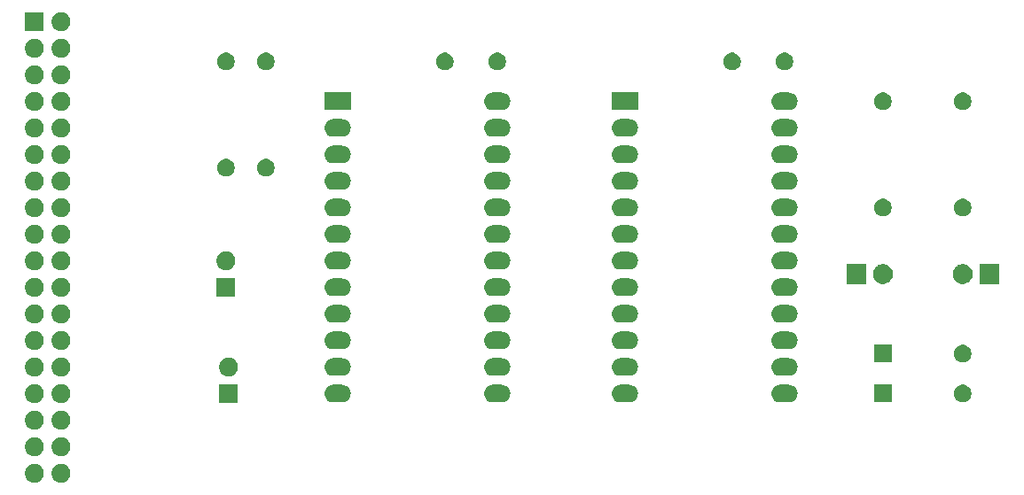
<source format=gts>
G04 #@! TF.GenerationSoftware,KiCad,Pcbnew,(5.1.5)-3*
G04 #@! TF.CreationDate,2020-04-30T22:35:48+12:00*
G04 #@! TF.ProjectId,ALU_Tester,414c555f-5465-4737-9465-722e6b696361,rev?*
G04 #@! TF.SameCoordinates,Original*
G04 #@! TF.FileFunction,Soldermask,Top*
G04 #@! TF.FilePolarity,Negative*
%FSLAX46Y46*%
G04 Gerber Fmt 4.6, Leading zero omitted, Abs format (unit mm)*
G04 Created by KiCad (PCBNEW (5.1.5)-3) date 2020-04-30 22:35:48*
%MOMM*%
%LPD*%
G04 APERTURE LIST*
%ADD10C,0.100000*%
G04 APERTURE END LIST*
D10*
G36*
X76313512Y-117213927D02*
G01*
X76462812Y-117243624D01*
X76626784Y-117311544D01*
X76774354Y-117410147D01*
X76899853Y-117535646D01*
X76998456Y-117683216D01*
X77066376Y-117847188D01*
X77101000Y-118021259D01*
X77101000Y-118198741D01*
X77066376Y-118372812D01*
X76998456Y-118536784D01*
X76899853Y-118684354D01*
X76774354Y-118809853D01*
X76626784Y-118908456D01*
X76462812Y-118976376D01*
X76313512Y-119006073D01*
X76288742Y-119011000D01*
X76111258Y-119011000D01*
X76086488Y-119006073D01*
X75937188Y-118976376D01*
X75773216Y-118908456D01*
X75625646Y-118809853D01*
X75500147Y-118684354D01*
X75401544Y-118536784D01*
X75333624Y-118372812D01*
X75299000Y-118198741D01*
X75299000Y-118021259D01*
X75333624Y-117847188D01*
X75401544Y-117683216D01*
X75500147Y-117535646D01*
X75625646Y-117410147D01*
X75773216Y-117311544D01*
X75937188Y-117243624D01*
X76086488Y-117213927D01*
X76111258Y-117209000D01*
X76288742Y-117209000D01*
X76313512Y-117213927D01*
G37*
G36*
X73773512Y-117213927D02*
G01*
X73922812Y-117243624D01*
X74086784Y-117311544D01*
X74234354Y-117410147D01*
X74359853Y-117535646D01*
X74458456Y-117683216D01*
X74526376Y-117847188D01*
X74561000Y-118021259D01*
X74561000Y-118198741D01*
X74526376Y-118372812D01*
X74458456Y-118536784D01*
X74359853Y-118684354D01*
X74234354Y-118809853D01*
X74086784Y-118908456D01*
X73922812Y-118976376D01*
X73773512Y-119006073D01*
X73748742Y-119011000D01*
X73571258Y-119011000D01*
X73546488Y-119006073D01*
X73397188Y-118976376D01*
X73233216Y-118908456D01*
X73085646Y-118809853D01*
X72960147Y-118684354D01*
X72861544Y-118536784D01*
X72793624Y-118372812D01*
X72759000Y-118198741D01*
X72759000Y-118021259D01*
X72793624Y-117847188D01*
X72861544Y-117683216D01*
X72960147Y-117535646D01*
X73085646Y-117410147D01*
X73233216Y-117311544D01*
X73397188Y-117243624D01*
X73546488Y-117213927D01*
X73571258Y-117209000D01*
X73748742Y-117209000D01*
X73773512Y-117213927D01*
G37*
G36*
X73773512Y-114673927D02*
G01*
X73922812Y-114703624D01*
X74086784Y-114771544D01*
X74234354Y-114870147D01*
X74359853Y-114995646D01*
X74458456Y-115143216D01*
X74526376Y-115307188D01*
X74561000Y-115481259D01*
X74561000Y-115658741D01*
X74526376Y-115832812D01*
X74458456Y-115996784D01*
X74359853Y-116144354D01*
X74234354Y-116269853D01*
X74086784Y-116368456D01*
X73922812Y-116436376D01*
X73773512Y-116466073D01*
X73748742Y-116471000D01*
X73571258Y-116471000D01*
X73546488Y-116466073D01*
X73397188Y-116436376D01*
X73233216Y-116368456D01*
X73085646Y-116269853D01*
X72960147Y-116144354D01*
X72861544Y-115996784D01*
X72793624Y-115832812D01*
X72759000Y-115658741D01*
X72759000Y-115481259D01*
X72793624Y-115307188D01*
X72861544Y-115143216D01*
X72960147Y-114995646D01*
X73085646Y-114870147D01*
X73233216Y-114771544D01*
X73397188Y-114703624D01*
X73546488Y-114673927D01*
X73571258Y-114669000D01*
X73748742Y-114669000D01*
X73773512Y-114673927D01*
G37*
G36*
X76313512Y-114673927D02*
G01*
X76462812Y-114703624D01*
X76626784Y-114771544D01*
X76774354Y-114870147D01*
X76899853Y-114995646D01*
X76998456Y-115143216D01*
X77066376Y-115307188D01*
X77101000Y-115481259D01*
X77101000Y-115658741D01*
X77066376Y-115832812D01*
X76998456Y-115996784D01*
X76899853Y-116144354D01*
X76774354Y-116269853D01*
X76626784Y-116368456D01*
X76462812Y-116436376D01*
X76313512Y-116466073D01*
X76288742Y-116471000D01*
X76111258Y-116471000D01*
X76086488Y-116466073D01*
X75937188Y-116436376D01*
X75773216Y-116368456D01*
X75625646Y-116269853D01*
X75500147Y-116144354D01*
X75401544Y-115996784D01*
X75333624Y-115832812D01*
X75299000Y-115658741D01*
X75299000Y-115481259D01*
X75333624Y-115307188D01*
X75401544Y-115143216D01*
X75500147Y-114995646D01*
X75625646Y-114870147D01*
X75773216Y-114771544D01*
X75937188Y-114703624D01*
X76086488Y-114673927D01*
X76111258Y-114669000D01*
X76288742Y-114669000D01*
X76313512Y-114673927D01*
G37*
G36*
X76313512Y-112133927D02*
G01*
X76462812Y-112163624D01*
X76626784Y-112231544D01*
X76774354Y-112330147D01*
X76899853Y-112455646D01*
X76998456Y-112603216D01*
X77066376Y-112767188D01*
X77101000Y-112941259D01*
X77101000Y-113118741D01*
X77066376Y-113292812D01*
X76998456Y-113456784D01*
X76899853Y-113604354D01*
X76774354Y-113729853D01*
X76626784Y-113828456D01*
X76462812Y-113896376D01*
X76313512Y-113926073D01*
X76288742Y-113931000D01*
X76111258Y-113931000D01*
X76086488Y-113926073D01*
X75937188Y-113896376D01*
X75773216Y-113828456D01*
X75625646Y-113729853D01*
X75500147Y-113604354D01*
X75401544Y-113456784D01*
X75333624Y-113292812D01*
X75299000Y-113118741D01*
X75299000Y-112941259D01*
X75333624Y-112767188D01*
X75401544Y-112603216D01*
X75500147Y-112455646D01*
X75625646Y-112330147D01*
X75773216Y-112231544D01*
X75937188Y-112163624D01*
X76086488Y-112133927D01*
X76111258Y-112129000D01*
X76288742Y-112129000D01*
X76313512Y-112133927D01*
G37*
G36*
X73773512Y-112133927D02*
G01*
X73922812Y-112163624D01*
X74086784Y-112231544D01*
X74234354Y-112330147D01*
X74359853Y-112455646D01*
X74458456Y-112603216D01*
X74526376Y-112767188D01*
X74561000Y-112941259D01*
X74561000Y-113118741D01*
X74526376Y-113292812D01*
X74458456Y-113456784D01*
X74359853Y-113604354D01*
X74234354Y-113729853D01*
X74086784Y-113828456D01*
X73922812Y-113896376D01*
X73773512Y-113926073D01*
X73748742Y-113931000D01*
X73571258Y-113931000D01*
X73546488Y-113926073D01*
X73397188Y-113896376D01*
X73233216Y-113828456D01*
X73085646Y-113729853D01*
X72960147Y-113604354D01*
X72861544Y-113456784D01*
X72793624Y-113292812D01*
X72759000Y-113118741D01*
X72759000Y-112941259D01*
X72793624Y-112767188D01*
X72861544Y-112603216D01*
X72960147Y-112455646D01*
X73085646Y-112330147D01*
X73233216Y-112231544D01*
X73397188Y-112163624D01*
X73546488Y-112133927D01*
X73571258Y-112129000D01*
X73748742Y-112129000D01*
X73773512Y-112133927D01*
G37*
G36*
X93103000Y-111391000D02*
G01*
X91301000Y-111391000D01*
X91301000Y-109589000D01*
X93103000Y-109589000D01*
X93103000Y-111391000D01*
G37*
G36*
X76313512Y-109593927D02*
G01*
X76462812Y-109623624D01*
X76626784Y-109691544D01*
X76774354Y-109790147D01*
X76899853Y-109915646D01*
X76998456Y-110063216D01*
X77066376Y-110227188D01*
X77101000Y-110401259D01*
X77101000Y-110578741D01*
X77066376Y-110752812D01*
X76998456Y-110916784D01*
X76899853Y-111064354D01*
X76774354Y-111189853D01*
X76626784Y-111288456D01*
X76462812Y-111356376D01*
X76313512Y-111386073D01*
X76288742Y-111391000D01*
X76111258Y-111391000D01*
X76086488Y-111386073D01*
X75937188Y-111356376D01*
X75773216Y-111288456D01*
X75625646Y-111189853D01*
X75500147Y-111064354D01*
X75401544Y-110916784D01*
X75333624Y-110752812D01*
X75299000Y-110578741D01*
X75299000Y-110401259D01*
X75333624Y-110227188D01*
X75401544Y-110063216D01*
X75500147Y-109915646D01*
X75625646Y-109790147D01*
X75773216Y-109691544D01*
X75937188Y-109623624D01*
X76086488Y-109593927D01*
X76111258Y-109589000D01*
X76288742Y-109589000D01*
X76313512Y-109593927D01*
G37*
G36*
X73773512Y-109593927D02*
G01*
X73922812Y-109623624D01*
X74086784Y-109691544D01*
X74234354Y-109790147D01*
X74359853Y-109915646D01*
X74458456Y-110063216D01*
X74526376Y-110227188D01*
X74561000Y-110401259D01*
X74561000Y-110578741D01*
X74526376Y-110752812D01*
X74458456Y-110916784D01*
X74359853Y-111064354D01*
X74234354Y-111189853D01*
X74086784Y-111288456D01*
X73922812Y-111356376D01*
X73773512Y-111386073D01*
X73748742Y-111391000D01*
X73571258Y-111391000D01*
X73546488Y-111386073D01*
X73397188Y-111356376D01*
X73233216Y-111288456D01*
X73085646Y-111189853D01*
X72960147Y-111064354D01*
X72861544Y-110916784D01*
X72793624Y-110752812D01*
X72759000Y-110578741D01*
X72759000Y-110401259D01*
X72793624Y-110227188D01*
X72861544Y-110063216D01*
X72960147Y-109915646D01*
X73085646Y-109790147D01*
X73233216Y-109691544D01*
X73397188Y-109623624D01*
X73546488Y-109593927D01*
X73571258Y-109589000D01*
X73748742Y-109589000D01*
X73773512Y-109593927D01*
G37*
G36*
X130614823Y-109651313D02*
G01*
X130775242Y-109699976D01*
X130842361Y-109735852D01*
X130923078Y-109778996D01*
X131052659Y-109885341D01*
X131159004Y-110014922D01*
X131159005Y-110014924D01*
X131238024Y-110162758D01*
X131286687Y-110323177D01*
X131303117Y-110490000D01*
X131286687Y-110656823D01*
X131238024Y-110817242D01*
X131167114Y-110949906D01*
X131159004Y-110965078D01*
X131052659Y-111094659D01*
X130923078Y-111201004D01*
X130923076Y-111201005D01*
X130775242Y-111280024D01*
X130614823Y-111328687D01*
X130489804Y-111341000D01*
X129606196Y-111341000D01*
X129481177Y-111328687D01*
X129320758Y-111280024D01*
X129172924Y-111201005D01*
X129172922Y-111201004D01*
X129043341Y-111094659D01*
X128936996Y-110965078D01*
X128928886Y-110949906D01*
X128857976Y-110817242D01*
X128809313Y-110656823D01*
X128792883Y-110490000D01*
X128809313Y-110323177D01*
X128857976Y-110162758D01*
X128936995Y-110014924D01*
X128936996Y-110014922D01*
X129043341Y-109885341D01*
X129172922Y-109778996D01*
X129253639Y-109735852D01*
X129320758Y-109699976D01*
X129481177Y-109651313D01*
X129606196Y-109639000D01*
X130489804Y-109639000D01*
X130614823Y-109651313D01*
G37*
G36*
X118422823Y-109651313D02*
G01*
X118583242Y-109699976D01*
X118650361Y-109735852D01*
X118731078Y-109778996D01*
X118860659Y-109885341D01*
X118967004Y-110014922D01*
X118967005Y-110014924D01*
X119046024Y-110162758D01*
X119094687Y-110323177D01*
X119111117Y-110490000D01*
X119094687Y-110656823D01*
X119046024Y-110817242D01*
X118975114Y-110949906D01*
X118967004Y-110965078D01*
X118860659Y-111094659D01*
X118731078Y-111201004D01*
X118731076Y-111201005D01*
X118583242Y-111280024D01*
X118422823Y-111328687D01*
X118297804Y-111341000D01*
X117414196Y-111341000D01*
X117289177Y-111328687D01*
X117128758Y-111280024D01*
X116980924Y-111201005D01*
X116980922Y-111201004D01*
X116851341Y-111094659D01*
X116744996Y-110965078D01*
X116736886Y-110949906D01*
X116665976Y-110817242D01*
X116617313Y-110656823D01*
X116600883Y-110490000D01*
X116617313Y-110323177D01*
X116665976Y-110162758D01*
X116744995Y-110014924D01*
X116744996Y-110014922D01*
X116851341Y-109885341D01*
X116980922Y-109778996D01*
X117061639Y-109735852D01*
X117128758Y-109699976D01*
X117289177Y-109651313D01*
X117414196Y-109639000D01*
X118297804Y-109639000D01*
X118422823Y-109651313D01*
G37*
G36*
X103182823Y-109651313D02*
G01*
X103343242Y-109699976D01*
X103410361Y-109735852D01*
X103491078Y-109778996D01*
X103620659Y-109885341D01*
X103727004Y-110014922D01*
X103727005Y-110014924D01*
X103806024Y-110162758D01*
X103854687Y-110323177D01*
X103871117Y-110490000D01*
X103854687Y-110656823D01*
X103806024Y-110817242D01*
X103735114Y-110949906D01*
X103727004Y-110965078D01*
X103620659Y-111094659D01*
X103491078Y-111201004D01*
X103491076Y-111201005D01*
X103343242Y-111280024D01*
X103182823Y-111328687D01*
X103057804Y-111341000D01*
X102174196Y-111341000D01*
X102049177Y-111328687D01*
X101888758Y-111280024D01*
X101740924Y-111201005D01*
X101740922Y-111201004D01*
X101611341Y-111094659D01*
X101504996Y-110965078D01*
X101496886Y-110949906D01*
X101425976Y-110817242D01*
X101377313Y-110656823D01*
X101360883Y-110490000D01*
X101377313Y-110323177D01*
X101425976Y-110162758D01*
X101504995Y-110014924D01*
X101504996Y-110014922D01*
X101611341Y-109885341D01*
X101740922Y-109778996D01*
X101821639Y-109735852D01*
X101888758Y-109699976D01*
X102049177Y-109651313D01*
X102174196Y-109639000D01*
X103057804Y-109639000D01*
X103182823Y-109651313D01*
G37*
G36*
X145854823Y-109651313D02*
G01*
X146015242Y-109699976D01*
X146082361Y-109735852D01*
X146163078Y-109778996D01*
X146292659Y-109885341D01*
X146399004Y-110014922D01*
X146399005Y-110014924D01*
X146478024Y-110162758D01*
X146526687Y-110323177D01*
X146543117Y-110490000D01*
X146526687Y-110656823D01*
X146478024Y-110817242D01*
X146407114Y-110949906D01*
X146399004Y-110965078D01*
X146292659Y-111094659D01*
X146163078Y-111201004D01*
X146163076Y-111201005D01*
X146015242Y-111280024D01*
X145854823Y-111328687D01*
X145729804Y-111341000D01*
X144846196Y-111341000D01*
X144721177Y-111328687D01*
X144560758Y-111280024D01*
X144412924Y-111201005D01*
X144412922Y-111201004D01*
X144283341Y-111094659D01*
X144176996Y-110965078D01*
X144168886Y-110949906D01*
X144097976Y-110817242D01*
X144049313Y-110656823D01*
X144032883Y-110490000D01*
X144049313Y-110323177D01*
X144097976Y-110162758D01*
X144176995Y-110014924D01*
X144176996Y-110014922D01*
X144283341Y-109885341D01*
X144412922Y-109778996D01*
X144493639Y-109735852D01*
X144560758Y-109699976D01*
X144721177Y-109651313D01*
X144846196Y-109639000D01*
X145729804Y-109639000D01*
X145854823Y-109651313D01*
G37*
G36*
X162554228Y-109671703D02*
G01*
X162709100Y-109735853D01*
X162848481Y-109828985D01*
X162967015Y-109947519D01*
X163060147Y-110086900D01*
X163124297Y-110241772D01*
X163157000Y-110406184D01*
X163157000Y-110573816D01*
X163124297Y-110738228D01*
X163060147Y-110893100D01*
X162967015Y-111032481D01*
X162848481Y-111151015D01*
X162709100Y-111244147D01*
X162554228Y-111308297D01*
X162389816Y-111341000D01*
X162222184Y-111341000D01*
X162057772Y-111308297D01*
X161902900Y-111244147D01*
X161763519Y-111151015D01*
X161644985Y-111032481D01*
X161551853Y-110893100D01*
X161487703Y-110738228D01*
X161455000Y-110573816D01*
X161455000Y-110406184D01*
X161487703Y-110241772D01*
X161551853Y-110086900D01*
X161644985Y-109947519D01*
X161763519Y-109828985D01*
X161902900Y-109735853D01*
X162057772Y-109671703D01*
X162222184Y-109639000D01*
X162389816Y-109639000D01*
X162554228Y-109671703D01*
G37*
G36*
X155537000Y-111341000D02*
G01*
X153835000Y-111341000D01*
X153835000Y-109639000D01*
X155537000Y-109639000D01*
X155537000Y-111341000D01*
G37*
G36*
X76313512Y-107053927D02*
G01*
X76462812Y-107083624D01*
X76626784Y-107151544D01*
X76774354Y-107250147D01*
X76899853Y-107375646D01*
X76998456Y-107523216D01*
X77066376Y-107687188D01*
X77101000Y-107861259D01*
X77101000Y-108038741D01*
X77066376Y-108212812D01*
X76998456Y-108376784D01*
X76899853Y-108524354D01*
X76774354Y-108649853D01*
X76626784Y-108748456D01*
X76462812Y-108816376D01*
X76313512Y-108846073D01*
X76288742Y-108851000D01*
X76111258Y-108851000D01*
X76086488Y-108846073D01*
X75937188Y-108816376D01*
X75773216Y-108748456D01*
X75625646Y-108649853D01*
X75500147Y-108524354D01*
X75401544Y-108376784D01*
X75333624Y-108212812D01*
X75299000Y-108038741D01*
X75299000Y-107861259D01*
X75333624Y-107687188D01*
X75401544Y-107523216D01*
X75500147Y-107375646D01*
X75625646Y-107250147D01*
X75773216Y-107151544D01*
X75937188Y-107083624D01*
X76086488Y-107053927D01*
X76111258Y-107049000D01*
X76288742Y-107049000D01*
X76313512Y-107053927D01*
G37*
G36*
X73773512Y-107053927D02*
G01*
X73922812Y-107083624D01*
X74086784Y-107151544D01*
X74234354Y-107250147D01*
X74359853Y-107375646D01*
X74458456Y-107523216D01*
X74526376Y-107687188D01*
X74561000Y-107861259D01*
X74561000Y-108038741D01*
X74526376Y-108212812D01*
X74458456Y-108376784D01*
X74359853Y-108524354D01*
X74234354Y-108649853D01*
X74086784Y-108748456D01*
X73922812Y-108816376D01*
X73773512Y-108846073D01*
X73748742Y-108851000D01*
X73571258Y-108851000D01*
X73546488Y-108846073D01*
X73397188Y-108816376D01*
X73233216Y-108748456D01*
X73085646Y-108649853D01*
X72960147Y-108524354D01*
X72861544Y-108376784D01*
X72793624Y-108212812D01*
X72759000Y-108038741D01*
X72759000Y-107861259D01*
X72793624Y-107687188D01*
X72861544Y-107523216D01*
X72960147Y-107375646D01*
X73085646Y-107250147D01*
X73233216Y-107151544D01*
X73397188Y-107083624D01*
X73546488Y-107053927D01*
X73571258Y-107049000D01*
X73748742Y-107049000D01*
X73773512Y-107053927D01*
G37*
G36*
X92315512Y-107053927D02*
G01*
X92464812Y-107083624D01*
X92628784Y-107151544D01*
X92776354Y-107250147D01*
X92901853Y-107375646D01*
X93000456Y-107523216D01*
X93068376Y-107687188D01*
X93103000Y-107861259D01*
X93103000Y-108038741D01*
X93068376Y-108212812D01*
X93000456Y-108376784D01*
X92901853Y-108524354D01*
X92776354Y-108649853D01*
X92628784Y-108748456D01*
X92464812Y-108816376D01*
X92315512Y-108846073D01*
X92290742Y-108851000D01*
X92113258Y-108851000D01*
X92088488Y-108846073D01*
X91939188Y-108816376D01*
X91775216Y-108748456D01*
X91627646Y-108649853D01*
X91502147Y-108524354D01*
X91403544Y-108376784D01*
X91335624Y-108212812D01*
X91301000Y-108038741D01*
X91301000Y-107861259D01*
X91335624Y-107687188D01*
X91403544Y-107523216D01*
X91502147Y-107375646D01*
X91627646Y-107250147D01*
X91775216Y-107151544D01*
X91939188Y-107083624D01*
X92088488Y-107053927D01*
X92113258Y-107049000D01*
X92290742Y-107049000D01*
X92315512Y-107053927D01*
G37*
G36*
X103182823Y-107111313D02*
G01*
X103343242Y-107159976D01*
X103475906Y-107230886D01*
X103491078Y-107238996D01*
X103620659Y-107345341D01*
X103727004Y-107474922D01*
X103727005Y-107474924D01*
X103806024Y-107622758D01*
X103854687Y-107783177D01*
X103871117Y-107950000D01*
X103854687Y-108116823D01*
X103806024Y-108277242D01*
X103735114Y-108409906D01*
X103727004Y-108425078D01*
X103620659Y-108554659D01*
X103491078Y-108661004D01*
X103491076Y-108661005D01*
X103343242Y-108740024D01*
X103182823Y-108788687D01*
X103057804Y-108801000D01*
X102174196Y-108801000D01*
X102049177Y-108788687D01*
X101888758Y-108740024D01*
X101740924Y-108661005D01*
X101740922Y-108661004D01*
X101611341Y-108554659D01*
X101504996Y-108425078D01*
X101496886Y-108409906D01*
X101425976Y-108277242D01*
X101377313Y-108116823D01*
X101360883Y-107950000D01*
X101377313Y-107783177D01*
X101425976Y-107622758D01*
X101504995Y-107474924D01*
X101504996Y-107474922D01*
X101611341Y-107345341D01*
X101740922Y-107238996D01*
X101756094Y-107230886D01*
X101888758Y-107159976D01*
X102049177Y-107111313D01*
X102174196Y-107099000D01*
X103057804Y-107099000D01*
X103182823Y-107111313D01*
G37*
G36*
X118422823Y-107111313D02*
G01*
X118583242Y-107159976D01*
X118715906Y-107230886D01*
X118731078Y-107238996D01*
X118860659Y-107345341D01*
X118967004Y-107474922D01*
X118967005Y-107474924D01*
X119046024Y-107622758D01*
X119094687Y-107783177D01*
X119111117Y-107950000D01*
X119094687Y-108116823D01*
X119046024Y-108277242D01*
X118975114Y-108409906D01*
X118967004Y-108425078D01*
X118860659Y-108554659D01*
X118731078Y-108661004D01*
X118731076Y-108661005D01*
X118583242Y-108740024D01*
X118422823Y-108788687D01*
X118297804Y-108801000D01*
X117414196Y-108801000D01*
X117289177Y-108788687D01*
X117128758Y-108740024D01*
X116980924Y-108661005D01*
X116980922Y-108661004D01*
X116851341Y-108554659D01*
X116744996Y-108425078D01*
X116736886Y-108409906D01*
X116665976Y-108277242D01*
X116617313Y-108116823D01*
X116600883Y-107950000D01*
X116617313Y-107783177D01*
X116665976Y-107622758D01*
X116744995Y-107474924D01*
X116744996Y-107474922D01*
X116851341Y-107345341D01*
X116980922Y-107238996D01*
X116996094Y-107230886D01*
X117128758Y-107159976D01*
X117289177Y-107111313D01*
X117414196Y-107099000D01*
X118297804Y-107099000D01*
X118422823Y-107111313D01*
G37*
G36*
X130614823Y-107111313D02*
G01*
X130775242Y-107159976D01*
X130907906Y-107230886D01*
X130923078Y-107238996D01*
X131052659Y-107345341D01*
X131159004Y-107474922D01*
X131159005Y-107474924D01*
X131238024Y-107622758D01*
X131286687Y-107783177D01*
X131303117Y-107950000D01*
X131286687Y-108116823D01*
X131238024Y-108277242D01*
X131167114Y-108409906D01*
X131159004Y-108425078D01*
X131052659Y-108554659D01*
X130923078Y-108661004D01*
X130923076Y-108661005D01*
X130775242Y-108740024D01*
X130614823Y-108788687D01*
X130489804Y-108801000D01*
X129606196Y-108801000D01*
X129481177Y-108788687D01*
X129320758Y-108740024D01*
X129172924Y-108661005D01*
X129172922Y-108661004D01*
X129043341Y-108554659D01*
X128936996Y-108425078D01*
X128928886Y-108409906D01*
X128857976Y-108277242D01*
X128809313Y-108116823D01*
X128792883Y-107950000D01*
X128809313Y-107783177D01*
X128857976Y-107622758D01*
X128936995Y-107474924D01*
X128936996Y-107474922D01*
X129043341Y-107345341D01*
X129172922Y-107238996D01*
X129188094Y-107230886D01*
X129320758Y-107159976D01*
X129481177Y-107111313D01*
X129606196Y-107099000D01*
X130489804Y-107099000D01*
X130614823Y-107111313D01*
G37*
G36*
X145854823Y-107111313D02*
G01*
X146015242Y-107159976D01*
X146147906Y-107230886D01*
X146163078Y-107238996D01*
X146292659Y-107345341D01*
X146399004Y-107474922D01*
X146399005Y-107474924D01*
X146478024Y-107622758D01*
X146526687Y-107783177D01*
X146543117Y-107950000D01*
X146526687Y-108116823D01*
X146478024Y-108277242D01*
X146407114Y-108409906D01*
X146399004Y-108425078D01*
X146292659Y-108554659D01*
X146163078Y-108661004D01*
X146163076Y-108661005D01*
X146015242Y-108740024D01*
X145854823Y-108788687D01*
X145729804Y-108801000D01*
X144846196Y-108801000D01*
X144721177Y-108788687D01*
X144560758Y-108740024D01*
X144412924Y-108661005D01*
X144412922Y-108661004D01*
X144283341Y-108554659D01*
X144176996Y-108425078D01*
X144168886Y-108409906D01*
X144097976Y-108277242D01*
X144049313Y-108116823D01*
X144032883Y-107950000D01*
X144049313Y-107783177D01*
X144097976Y-107622758D01*
X144176995Y-107474924D01*
X144176996Y-107474922D01*
X144283341Y-107345341D01*
X144412922Y-107238996D01*
X144428094Y-107230886D01*
X144560758Y-107159976D01*
X144721177Y-107111313D01*
X144846196Y-107099000D01*
X145729804Y-107099000D01*
X145854823Y-107111313D01*
G37*
G36*
X155537000Y-107531000D02*
G01*
X153835000Y-107531000D01*
X153835000Y-105829000D01*
X155537000Y-105829000D01*
X155537000Y-107531000D01*
G37*
G36*
X162554228Y-105861703D02*
G01*
X162709100Y-105925853D01*
X162848481Y-106018985D01*
X162967015Y-106137519D01*
X163060147Y-106276900D01*
X163124297Y-106431772D01*
X163157000Y-106596184D01*
X163157000Y-106763816D01*
X163124297Y-106928228D01*
X163060147Y-107083100D01*
X162967015Y-107222481D01*
X162848481Y-107341015D01*
X162709100Y-107434147D01*
X162554228Y-107498297D01*
X162389816Y-107531000D01*
X162222184Y-107531000D01*
X162057772Y-107498297D01*
X161902900Y-107434147D01*
X161763519Y-107341015D01*
X161644985Y-107222481D01*
X161551853Y-107083100D01*
X161487703Y-106928228D01*
X161455000Y-106763816D01*
X161455000Y-106596184D01*
X161487703Y-106431772D01*
X161551853Y-106276900D01*
X161644985Y-106137519D01*
X161763519Y-106018985D01*
X161902900Y-105925853D01*
X162057772Y-105861703D01*
X162222184Y-105829000D01*
X162389816Y-105829000D01*
X162554228Y-105861703D01*
G37*
G36*
X73773512Y-104513927D02*
G01*
X73922812Y-104543624D01*
X74086784Y-104611544D01*
X74234354Y-104710147D01*
X74359853Y-104835646D01*
X74458456Y-104983216D01*
X74526376Y-105147188D01*
X74561000Y-105321259D01*
X74561000Y-105498741D01*
X74526376Y-105672812D01*
X74458456Y-105836784D01*
X74359853Y-105984354D01*
X74234354Y-106109853D01*
X74086784Y-106208456D01*
X73922812Y-106276376D01*
X73773512Y-106306073D01*
X73748742Y-106311000D01*
X73571258Y-106311000D01*
X73546488Y-106306073D01*
X73397188Y-106276376D01*
X73233216Y-106208456D01*
X73085646Y-106109853D01*
X72960147Y-105984354D01*
X72861544Y-105836784D01*
X72793624Y-105672812D01*
X72759000Y-105498741D01*
X72759000Y-105321259D01*
X72793624Y-105147188D01*
X72861544Y-104983216D01*
X72960147Y-104835646D01*
X73085646Y-104710147D01*
X73233216Y-104611544D01*
X73397188Y-104543624D01*
X73546488Y-104513927D01*
X73571258Y-104509000D01*
X73748742Y-104509000D01*
X73773512Y-104513927D01*
G37*
G36*
X76313512Y-104513927D02*
G01*
X76462812Y-104543624D01*
X76626784Y-104611544D01*
X76774354Y-104710147D01*
X76899853Y-104835646D01*
X76998456Y-104983216D01*
X77066376Y-105147188D01*
X77101000Y-105321259D01*
X77101000Y-105498741D01*
X77066376Y-105672812D01*
X76998456Y-105836784D01*
X76899853Y-105984354D01*
X76774354Y-106109853D01*
X76626784Y-106208456D01*
X76462812Y-106276376D01*
X76313512Y-106306073D01*
X76288742Y-106311000D01*
X76111258Y-106311000D01*
X76086488Y-106306073D01*
X75937188Y-106276376D01*
X75773216Y-106208456D01*
X75625646Y-106109853D01*
X75500147Y-105984354D01*
X75401544Y-105836784D01*
X75333624Y-105672812D01*
X75299000Y-105498741D01*
X75299000Y-105321259D01*
X75333624Y-105147188D01*
X75401544Y-104983216D01*
X75500147Y-104835646D01*
X75625646Y-104710147D01*
X75773216Y-104611544D01*
X75937188Y-104543624D01*
X76086488Y-104513927D01*
X76111258Y-104509000D01*
X76288742Y-104509000D01*
X76313512Y-104513927D01*
G37*
G36*
X118422823Y-104571313D02*
G01*
X118583242Y-104619976D01*
X118715906Y-104690886D01*
X118731078Y-104698996D01*
X118860659Y-104805341D01*
X118967004Y-104934922D01*
X118967005Y-104934924D01*
X119046024Y-105082758D01*
X119094687Y-105243177D01*
X119111117Y-105410000D01*
X119094687Y-105576823D01*
X119046024Y-105737242D01*
X118979498Y-105861703D01*
X118967004Y-105885078D01*
X118860659Y-106014659D01*
X118731078Y-106121004D01*
X118731076Y-106121005D01*
X118583242Y-106200024D01*
X118422823Y-106248687D01*
X118297804Y-106261000D01*
X117414196Y-106261000D01*
X117289177Y-106248687D01*
X117128758Y-106200024D01*
X116980924Y-106121005D01*
X116980922Y-106121004D01*
X116851341Y-106014659D01*
X116744996Y-105885078D01*
X116732502Y-105861703D01*
X116665976Y-105737242D01*
X116617313Y-105576823D01*
X116600883Y-105410000D01*
X116617313Y-105243177D01*
X116665976Y-105082758D01*
X116744995Y-104934924D01*
X116744996Y-104934922D01*
X116851341Y-104805341D01*
X116980922Y-104698996D01*
X116996094Y-104690886D01*
X117128758Y-104619976D01*
X117289177Y-104571313D01*
X117414196Y-104559000D01*
X118297804Y-104559000D01*
X118422823Y-104571313D01*
G37*
G36*
X103182823Y-104571313D02*
G01*
X103343242Y-104619976D01*
X103475906Y-104690886D01*
X103491078Y-104698996D01*
X103620659Y-104805341D01*
X103727004Y-104934922D01*
X103727005Y-104934924D01*
X103806024Y-105082758D01*
X103854687Y-105243177D01*
X103871117Y-105410000D01*
X103854687Y-105576823D01*
X103806024Y-105737242D01*
X103739498Y-105861703D01*
X103727004Y-105885078D01*
X103620659Y-106014659D01*
X103491078Y-106121004D01*
X103491076Y-106121005D01*
X103343242Y-106200024D01*
X103182823Y-106248687D01*
X103057804Y-106261000D01*
X102174196Y-106261000D01*
X102049177Y-106248687D01*
X101888758Y-106200024D01*
X101740924Y-106121005D01*
X101740922Y-106121004D01*
X101611341Y-106014659D01*
X101504996Y-105885078D01*
X101492502Y-105861703D01*
X101425976Y-105737242D01*
X101377313Y-105576823D01*
X101360883Y-105410000D01*
X101377313Y-105243177D01*
X101425976Y-105082758D01*
X101504995Y-104934924D01*
X101504996Y-104934922D01*
X101611341Y-104805341D01*
X101740922Y-104698996D01*
X101756094Y-104690886D01*
X101888758Y-104619976D01*
X102049177Y-104571313D01*
X102174196Y-104559000D01*
X103057804Y-104559000D01*
X103182823Y-104571313D01*
G37*
G36*
X130614823Y-104571313D02*
G01*
X130775242Y-104619976D01*
X130907906Y-104690886D01*
X130923078Y-104698996D01*
X131052659Y-104805341D01*
X131159004Y-104934922D01*
X131159005Y-104934924D01*
X131238024Y-105082758D01*
X131286687Y-105243177D01*
X131303117Y-105410000D01*
X131286687Y-105576823D01*
X131238024Y-105737242D01*
X131171498Y-105861703D01*
X131159004Y-105885078D01*
X131052659Y-106014659D01*
X130923078Y-106121004D01*
X130923076Y-106121005D01*
X130775242Y-106200024D01*
X130614823Y-106248687D01*
X130489804Y-106261000D01*
X129606196Y-106261000D01*
X129481177Y-106248687D01*
X129320758Y-106200024D01*
X129172924Y-106121005D01*
X129172922Y-106121004D01*
X129043341Y-106014659D01*
X128936996Y-105885078D01*
X128924502Y-105861703D01*
X128857976Y-105737242D01*
X128809313Y-105576823D01*
X128792883Y-105410000D01*
X128809313Y-105243177D01*
X128857976Y-105082758D01*
X128936995Y-104934924D01*
X128936996Y-104934922D01*
X129043341Y-104805341D01*
X129172922Y-104698996D01*
X129188094Y-104690886D01*
X129320758Y-104619976D01*
X129481177Y-104571313D01*
X129606196Y-104559000D01*
X130489804Y-104559000D01*
X130614823Y-104571313D01*
G37*
G36*
X145854823Y-104571313D02*
G01*
X146015242Y-104619976D01*
X146147906Y-104690886D01*
X146163078Y-104698996D01*
X146292659Y-104805341D01*
X146399004Y-104934922D01*
X146399005Y-104934924D01*
X146478024Y-105082758D01*
X146526687Y-105243177D01*
X146543117Y-105410000D01*
X146526687Y-105576823D01*
X146478024Y-105737242D01*
X146411498Y-105861703D01*
X146399004Y-105885078D01*
X146292659Y-106014659D01*
X146163078Y-106121004D01*
X146163076Y-106121005D01*
X146015242Y-106200024D01*
X145854823Y-106248687D01*
X145729804Y-106261000D01*
X144846196Y-106261000D01*
X144721177Y-106248687D01*
X144560758Y-106200024D01*
X144412924Y-106121005D01*
X144412922Y-106121004D01*
X144283341Y-106014659D01*
X144176996Y-105885078D01*
X144164502Y-105861703D01*
X144097976Y-105737242D01*
X144049313Y-105576823D01*
X144032883Y-105410000D01*
X144049313Y-105243177D01*
X144097976Y-105082758D01*
X144176995Y-104934924D01*
X144176996Y-104934922D01*
X144283341Y-104805341D01*
X144412922Y-104698996D01*
X144428094Y-104690886D01*
X144560758Y-104619976D01*
X144721177Y-104571313D01*
X144846196Y-104559000D01*
X145729804Y-104559000D01*
X145854823Y-104571313D01*
G37*
G36*
X76313512Y-101973927D02*
G01*
X76462812Y-102003624D01*
X76626784Y-102071544D01*
X76774354Y-102170147D01*
X76899853Y-102295646D01*
X76998456Y-102443216D01*
X77066376Y-102607188D01*
X77101000Y-102781259D01*
X77101000Y-102958741D01*
X77066376Y-103132812D01*
X76998456Y-103296784D01*
X76899853Y-103444354D01*
X76774354Y-103569853D01*
X76626784Y-103668456D01*
X76462812Y-103736376D01*
X76313512Y-103766073D01*
X76288742Y-103771000D01*
X76111258Y-103771000D01*
X76086488Y-103766073D01*
X75937188Y-103736376D01*
X75773216Y-103668456D01*
X75625646Y-103569853D01*
X75500147Y-103444354D01*
X75401544Y-103296784D01*
X75333624Y-103132812D01*
X75299000Y-102958741D01*
X75299000Y-102781259D01*
X75333624Y-102607188D01*
X75401544Y-102443216D01*
X75500147Y-102295646D01*
X75625646Y-102170147D01*
X75773216Y-102071544D01*
X75937188Y-102003624D01*
X76086488Y-101973927D01*
X76111258Y-101969000D01*
X76288742Y-101969000D01*
X76313512Y-101973927D01*
G37*
G36*
X73773512Y-101973927D02*
G01*
X73922812Y-102003624D01*
X74086784Y-102071544D01*
X74234354Y-102170147D01*
X74359853Y-102295646D01*
X74458456Y-102443216D01*
X74526376Y-102607188D01*
X74561000Y-102781259D01*
X74561000Y-102958741D01*
X74526376Y-103132812D01*
X74458456Y-103296784D01*
X74359853Y-103444354D01*
X74234354Y-103569853D01*
X74086784Y-103668456D01*
X73922812Y-103736376D01*
X73773512Y-103766073D01*
X73748742Y-103771000D01*
X73571258Y-103771000D01*
X73546488Y-103766073D01*
X73397188Y-103736376D01*
X73233216Y-103668456D01*
X73085646Y-103569853D01*
X72960147Y-103444354D01*
X72861544Y-103296784D01*
X72793624Y-103132812D01*
X72759000Y-102958741D01*
X72759000Y-102781259D01*
X72793624Y-102607188D01*
X72861544Y-102443216D01*
X72960147Y-102295646D01*
X73085646Y-102170147D01*
X73233216Y-102071544D01*
X73397188Y-102003624D01*
X73546488Y-101973927D01*
X73571258Y-101969000D01*
X73748742Y-101969000D01*
X73773512Y-101973927D01*
G37*
G36*
X130614823Y-102031313D02*
G01*
X130775242Y-102079976D01*
X130907906Y-102150886D01*
X130923078Y-102158996D01*
X131052659Y-102265341D01*
X131159004Y-102394922D01*
X131159005Y-102394924D01*
X131238024Y-102542758D01*
X131286687Y-102703177D01*
X131303117Y-102870000D01*
X131286687Y-103036823D01*
X131238024Y-103197242D01*
X131167114Y-103329906D01*
X131159004Y-103345078D01*
X131052659Y-103474659D01*
X130923078Y-103581004D01*
X130923076Y-103581005D01*
X130775242Y-103660024D01*
X130614823Y-103708687D01*
X130489804Y-103721000D01*
X129606196Y-103721000D01*
X129481177Y-103708687D01*
X129320758Y-103660024D01*
X129172924Y-103581005D01*
X129172922Y-103581004D01*
X129043341Y-103474659D01*
X128936996Y-103345078D01*
X128928886Y-103329906D01*
X128857976Y-103197242D01*
X128809313Y-103036823D01*
X128792883Y-102870000D01*
X128809313Y-102703177D01*
X128857976Y-102542758D01*
X128936995Y-102394924D01*
X128936996Y-102394922D01*
X129043341Y-102265341D01*
X129172922Y-102158996D01*
X129188094Y-102150886D01*
X129320758Y-102079976D01*
X129481177Y-102031313D01*
X129606196Y-102019000D01*
X130489804Y-102019000D01*
X130614823Y-102031313D01*
G37*
G36*
X145854823Y-102031313D02*
G01*
X146015242Y-102079976D01*
X146147906Y-102150886D01*
X146163078Y-102158996D01*
X146292659Y-102265341D01*
X146399004Y-102394922D01*
X146399005Y-102394924D01*
X146478024Y-102542758D01*
X146526687Y-102703177D01*
X146543117Y-102870000D01*
X146526687Y-103036823D01*
X146478024Y-103197242D01*
X146407114Y-103329906D01*
X146399004Y-103345078D01*
X146292659Y-103474659D01*
X146163078Y-103581004D01*
X146163076Y-103581005D01*
X146015242Y-103660024D01*
X145854823Y-103708687D01*
X145729804Y-103721000D01*
X144846196Y-103721000D01*
X144721177Y-103708687D01*
X144560758Y-103660024D01*
X144412924Y-103581005D01*
X144412922Y-103581004D01*
X144283341Y-103474659D01*
X144176996Y-103345078D01*
X144168886Y-103329906D01*
X144097976Y-103197242D01*
X144049313Y-103036823D01*
X144032883Y-102870000D01*
X144049313Y-102703177D01*
X144097976Y-102542758D01*
X144176995Y-102394924D01*
X144176996Y-102394922D01*
X144283341Y-102265341D01*
X144412922Y-102158996D01*
X144428094Y-102150886D01*
X144560758Y-102079976D01*
X144721177Y-102031313D01*
X144846196Y-102019000D01*
X145729804Y-102019000D01*
X145854823Y-102031313D01*
G37*
G36*
X118422823Y-102031313D02*
G01*
X118583242Y-102079976D01*
X118715906Y-102150886D01*
X118731078Y-102158996D01*
X118860659Y-102265341D01*
X118967004Y-102394922D01*
X118967005Y-102394924D01*
X119046024Y-102542758D01*
X119094687Y-102703177D01*
X119111117Y-102870000D01*
X119094687Y-103036823D01*
X119046024Y-103197242D01*
X118975114Y-103329906D01*
X118967004Y-103345078D01*
X118860659Y-103474659D01*
X118731078Y-103581004D01*
X118731076Y-103581005D01*
X118583242Y-103660024D01*
X118422823Y-103708687D01*
X118297804Y-103721000D01*
X117414196Y-103721000D01*
X117289177Y-103708687D01*
X117128758Y-103660024D01*
X116980924Y-103581005D01*
X116980922Y-103581004D01*
X116851341Y-103474659D01*
X116744996Y-103345078D01*
X116736886Y-103329906D01*
X116665976Y-103197242D01*
X116617313Y-103036823D01*
X116600883Y-102870000D01*
X116617313Y-102703177D01*
X116665976Y-102542758D01*
X116744995Y-102394924D01*
X116744996Y-102394922D01*
X116851341Y-102265341D01*
X116980922Y-102158996D01*
X116996094Y-102150886D01*
X117128758Y-102079976D01*
X117289177Y-102031313D01*
X117414196Y-102019000D01*
X118297804Y-102019000D01*
X118422823Y-102031313D01*
G37*
G36*
X103182823Y-102031313D02*
G01*
X103343242Y-102079976D01*
X103475906Y-102150886D01*
X103491078Y-102158996D01*
X103620659Y-102265341D01*
X103727004Y-102394922D01*
X103727005Y-102394924D01*
X103806024Y-102542758D01*
X103854687Y-102703177D01*
X103871117Y-102870000D01*
X103854687Y-103036823D01*
X103806024Y-103197242D01*
X103735114Y-103329906D01*
X103727004Y-103345078D01*
X103620659Y-103474659D01*
X103491078Y-103581004D01*
X103491076Y-103581005D01*
X103343242Y-103660024D01*
X103182823Y-103708687D01*
X103057804Y-103721000D01*
X102174196Y-103721000D01*
X102049177Y-103708687D01*
X101888758Y-103660024D01*
X101740924Y-103581005D01*
X101740922Y-103581004D01*
X101611341Y-103474659D01*
X101504996Y-103345078D01*
X101496886Y-103329906D01*
X101425976Y-103197242D01*
X101377313Y-103036823D01*
X101360883Y-102870000D01*
X101377313Y-102703177D01*
X101425976Y-102542758D01*
X101504995Y-102394924D01*
X101504996Y-102394922D01*
X101611341Y-102265341D01*
X101740922Y-102158996D01*
X101756094Y-102150886D01*
X101888758Y-102079976D01*
X102049177Y-102031313D01*
X102174196Y-102019000D01*
X103057804Y-102019000D01*
X103182823Y-102031313D01*
G37*
G36*
X92849000Y-101231000D02*
G01*
X91047000Y-101231000D01*
X91047000Y-99429000D01*
X92849000Y-99429000D01*
X92849000Y-101231000D01*
G37*
G36*
X73773512Y-99433927D02*
G01*
X73922812Y-99463624D01*
X74086784Y-99531544D01*
X74234354Y-99630147D01*
X74359853Y-99755646D01*
X74458456Y-99903216D01*
X74526376Y-100067188D01*
X74561000Y-100241259D01*
X74561000Y-100418741D01*
X74526376Y-100592812D01*
X74458456Y-100756784D01*
X74359853Y-100904354D01*
X74234354Y-101029853D01*
X74086784Y-101128456D01*
X73922812Y-101196376D01*
X73773512Y-101226073D01*
X73748742Y-101231000D01*
X73571258Y-101231000D01*
X73546488Y-101226073D01*
X73397188Y-101196376D01*
X73233216Y-101128456D01*
X73085646Y-101029853D01*
X72960147Y-100904354D01*
X72861544Y-100756784D01*
X72793624Y-100592812D01*
X72759000Y-100418741D01*
X72759000Y-100241259D01*
X72793624Y-100067188D01*
X72861544Y-99903216D01*
X72960147Y-99755646D01*
X73085646Y-99630147D01*
X73233216Y-99531544D01*
X73397188Y-99463624D01*
X73546488Y-99433927D01*
X73571258Y-99429000D01*
X73748742Y-99429000D01*
X73773512Y-99433927D01*
G37*
G36*
X76313512Y-99433927D02*
G01*
X76462812Y-99463624D01*
X76626784Y-99531544D01*
X76774354Y-99630147D01*
X76899853Y-99755646D01*
X76998456Y-99903216D01*
X77066376Y-100067188D01*
X77101000Y-100241259D01*
X77101000Y-100418741D01*
X77066376Y-100592812D01*
X76998456Y-100756784D01*
X76899853Y-100904354D01*
X76774354Y-101029853D01*
X76626784Y-101128456D01*
X76462812Y-101196376D01*
X76313512Y-101226073D01*
X76288742Y-101231000D01*
X76111258Y-101231000D01*
X76086488Y-101226073D01*
X75937188Y-101196376D01*
X75773216Y-101128456D01*
X75625646Y-101029853D01*
X75500147Y-100904354D01*
X75401544Y-100756784D01*
X75333624Y-100592812D01*
X75299000Y-100418741D01*
X75299000Y-100241259D01*
X75333624Y-100067188D01*
X75401544Y-99903216D01*
X75500147Y-99755646D01*
X75625646Y-99630147D01*
X75773216Y-99531544D01*
X75937188Y-99463624D01*
X76086488Y-99433927D01*
X76111258Y-99429000D01*
X76288742Y-99429000D01*
X76313512Y-99433927D01*
G37*
G36*
X145854823Y-99491313D02*
G01*
X146015242Y-99539976D01*
X146147906Y-99610886D01*
X146163078Y-99618996D01*
X146292659Y-99725341D01*
X146399004Y-99854922D01*
X146399005Y-99854924D01*
X146478024Y-100002758D01*
X146526687Y-100163177D01*
X146543117Y-100330000D01*
X146526687Y-100496823D01*
X146478024Y-100657242D01*
X146407114Y-100789906D01*
X146399004Y-100805078D01*
X146292659Y-100934659D01*
X146163078Y-101041004D01*
X146163076Y-101041005D01*
X146015242Y-101120024D01*
X145854823Y-101168687D01*
X145729804Y-101181000D01*
X144846196Y-101181000D01*
X144721177Y-101168687D01*
X144560758Y-101120024D01*
X144412924Y-101041005D01*
X144412922Y-101041004D01*
X144283341Y-100934659D01*
X144176996Y-100805078D01*
X144168886Y-100789906D01*
X144097976Y-100657242D01*
X144049313Y-100496823D01*
X144032883Y-100330000D01*
X144049313Y-100163177D01*
X144097976Y-100002758D01*
X144176995Y-99854924D01*
X144176996Y-99854922D01*
X144283341Y-99725341D01*
X144412922Y-99618996D01*
X144428094Y-99610886D01*
X144560758Y-99539976D01*
X144721177Y-99491313D01*
X144846196Y-99479000D01*
X145729804Y-99479000D01*
X145854823Y-99491313D01*
G37*
G36*
X130614823Y-99491313D02*
G01*
X130775242Y-99539976D01*
X130907906Y-99610886D01*
X130923078Y-99618996D01*
X131052659Y-99725341D01*
X131159004Y-99854922D01*
X131159005Y-99854924D01*
X131238024Y-100002758D01*
X131286687Y-100163177D01*
X131303117Y-100330000D01*
X131286687Y-100496823D01*
X131238024Y-100657242D01*
X131167114Y-100789906D01*
X131159004Y-100805078D01*
X131052659Y-100934659D01*
X130923078Y-101041004D01*
X130923076Y-101041005D01*
X130775242Y-101120024D01*
X130614823Y-101168687D01*
X130489804Y-101181000D01*
X129606196Y-101181000D01*
X129481177Y-101168687D01*
X129320758Y-101120024D01*
X129172924Y-101041005D01*
X129172922Y-101041004D01*
X129043341Y-100934659D01*
X128936996Y-100805078D01*
X128928886Y-100789906D01*
X128857976Y-100657242D01*
X128809313Y-100496823D01*
X128792883Y-100330000D01*
X128809313Y-100163177D01*
X128857976Y-100002758D01*
X128936995Y-99854924D01*
X128936996Y-99854922D01*
X129043341Y-99725341D01*
X129172922Y-99618996D01*
X129188094Y-99610886D01*
X129320758Y-99539976D01*
X129481177Y-99491313D01*
X129606196Y-99479000D01*
X130489804Y-99479000D01*
X130614823Y-99491313D01*
G37*
G36*
X118422823Y-99491313D02*
G01*
X118583242Y-99539976D01*
X118715906Y-99610886D01*
X118731078Y-99618996D01*
X118860659Y-99725341D01*
X118967004Y-99854922D01*
X118967005Y-99854924D01*
X119046024Y-100002758D01*
X119094687Y-100163177D01*
X119111117Y-100330000D01*
X119094687Y-100496823D01*
X119046024Y-100657242D01*
X118975114Y-100789906D01*
X118967004Y-100805078D01*
X118860659Y-100934659D01*
X118731078Y-101041004D01*
X118731076Y-101041005D01*
X118583242Y-101120024D01*
X118422823Y-101168687D01*
X118297804Y-101181000D01*
X117414196Y-101181000D01*
X117289177Y-101168687D01*
X117128758Y-101120024D01*
X116980924Y-101041005D01*
X116980922Y-101041004D01*
X116851341Y-100934659D01*
X116744996Y-100805078D01*
X116736886Y-100789906D01*
X116665976Y-100657242D01*
X116617313Y-100496823D01*
X116600883Y-100330000D01*
X116617313Y-100163177D01*
X116665976Y-100002758D01*
X116744995Y-99854924D01*
X116744996Y-99854922D01*
X116851341Y-99725341D01*
X116980922Y-99618996D01*
X116996094Y-99610886D01*
X117128758Y-99539976D01*
X117289177Y-99491313D01*
X117414196Y-99479000D01*
X118297804Y-99479000D01*
X118422823Y-99491313D01*
G37*
G36*
X103182823Y-99491313D02*
G01*
X103343242Y-99539976D01*
X103475906Y-99610886D01*
X103491078Y-99618996D01*
X103620659Y-99725341D01*
X103727004Y-99854922D01*
X103727005Y-99854924D01*
X103806024Y-100002758D01*
X103854687Y-100163177D01*
X103871117Y-100330000D01*
X103854687Y-100496823D01*
X103806024Y-100657242D01*
X103735114Y-100789906D01*
X103727004Y-100805078D01*
X103620659Y-100934659D01*
X103491078Y-101041004D01*
X103491076Y-101041005D01*
X103343242Y-101120024D01*
X103182823Y-101168687D01*
X103057804Y-101181000D01*
X102174196Y-101181000D01*
X102049177Y-101168687D01*
X101888758Y-101120024D01*
X101740924Y-101041005D01*
X101740922Y-101041004D01*
X101611341Y-100934659D01*
X101504996Y-100805078D01*
X101496886Y-100789906D01*
X101425976Y-100657242D01*
X101377313Y-100496823D01*
X101360883Y-100330000D01*
X101377313Y-100163177D01*
X101425976Y-100002758D01*
X101504995Y-99854924D01*
X101504996Y-99854922D01*
X101611341Y-99725341D01*
X101740922Y-99618996D01*
X101756094Y-99610886D01*
X101888758Y-99539976D01*
X102049177Y-99491313D01*
X102174196Y-99479000D01*
X103057804Y-99479000D01*
X103182823Y-99491313D01*
G37*
G36*
X153097000Y-100011000D02*
G01*
X151195000Y-100011000D01*
X151195000Y-98109000D01*
X153097000Y-98109000D01*
X153097000Y-100011000D01*
G37*
G36*
X154963395Y-98145546D02*
G01*
X155136466Y-98217234D01*
X155208069Y-98265078D01*
X155292227Y-98321310D01*
X155424690Y-98453773D01*
X155456249Y-98501005D01*
X155528766Y-98609534D01*
X155600454Y-98782605D01*
X155637000Y-98966333D01*
X155637000Y-99153667D01*
X155600454Y-99337395D01*
X155528766Y-99510466D01*
X155509048Y-99539976D01*
X155424690Y-99666227D01*
X155292227Y-99798690D01*
X155213818Y-99851081D01*
X155136466Y-99902766D01*
X154963395Y-99974454D01*
X154779667Y-100011000D01*
X154592333Y-100011000D01*
X154408605Y-99974454D01*
X154235534Y-99902766D01*
X154158182Y-99851081D01*
X154079773Y-99798690D01*
X153947310Y-99666227D01*
X153862952Y-99539976D01*
X153843234Y-99510466D01*
X153771546Y-99337395D01*
X153735000Y-99153667D01*
X153735000Y-98966333D01*
X153771546Y-98782605D01*
X153843234Y-98609534D01*
X153915751Y-98501005D01*
X153947310Y-98453773D01*
X154079773Y-98321310D01*
X154163931Y-98265078D01*
X154235534Y-98217234D01*
X154408605Y-98145546D01*
X154592333Y-98109000D01*
X154779667Y-98109000D01*
X154963395Y-98145546D01*
G37*
G36*
X162583395Y-98145546D02*
G01*
X162756466Y-98217234D01*
X162828069Y-98265078D01*
X162912227Y-98321310D01*
X163044690Y-98453773D01*
X163076249Y-98501005D01*
X163148766Y-98609534D01*
X163220454Y-98782605D01*
X163257000Y-98966333D01*
X163257000Y-99153667D01*
X163220454Y-99337395D01*
X163148766Y-99510466D01*
X163129048Y-99539976D01*
X163044690Y-99666227D01*
X162912227Y-99798690D01*
X162833818Y-99851081D01*
X162756466Y-99902766D01*
X162583395Y-99974454D01*
X162399667Y-100011000D01*
X162212333Y-100011000D01*
X162028605Y-99974454D01*
X161855534Y-99902766D01*
X161778182Y-99851081D01*
X161699773Y-99798690D01*
X161567310Y-99666227D01*
X161482952Y-99539976D01*
X161463234Y-99510466D01*
X161391546Y-99337395D01*
X161355000Y-99153667D01*
X161355000Y-98966333D01*
X161391546Y-98782605D01*
X161463234Y-98609534D01*
X161535751Y-98501005D01*
X161567310Y-98453773D01*
X161699773Y-98321310D01*
X161783931Y-98265078D01*
X161855534Y-98217234D01*
X162028605Y-98145546D01*
X162212333Y-98109000D01*
X162399667Y-98109000D01*
X162583395Y-98145546D01*
G37*
G36*
X165797000Y-100011000D02*
G01*
X163895000Y-100011000D01*
X163895000Y-98109000D01*
X165797000Y-98109000D01*
X165797000Y-100011000D01*
G37*
G36*
X92061512Y-96893927D02*
G01*
X92210812Y-96923624D01*
X92374784Y-96991544D01*
X92522354Y-97090147D01*
X92647853Y-97215646D01*
X92746456Y-97363216D01*
X92814376Y-97527188D01*
X92849000Y-97701259D01*
X92849000Y-97878741D01*
X92814376Y-98052812D01*
X92746456Y-98216784D01*
X92647853Y-98364354D01*
X92522354Y-98489853D01*
X92374784Y-98588456D01*
X92210812Y-98656376D01*
X92061512Y-98686073D01*
X92036742Y-98691000D01*
X91859258Y-98691000D01*
X91834488Y-98686073D01*
X91685188Y-98656376D01*
X91521216Y-98588456D01*
X91373646Y-98489853D01*
X91248147Y-98364354D01*
X91149544Y-98216784D01*
X91081624Y-98052812D01*
X91047000Y-97878741D01*
X91047000Y-97701259D01*
X91081624Y-97527188D01*
X91149544Y-97363216D01*
X91248147Y-97215646D01*
X91373646Y-97090147D01*
X91521216Y-96991544D01*
X91685188Y-96923624D01*
X91834488Y-96893927D01*
X91859258Y-96889000D01*
X92036742Y-96889000D01*
X92061512Y-96893927D01*
G37*
G36*
X76313512Y-96893927D02*
G01*
X76462812Y-96923624D01*
X76626784Y-96991544D01*
X76774354Y-97090147D01*
X76899853Y-97215646D01*
X76998456Y-97363216D01*
X77066376Y-97527188D01*
X77101000Y-97701259D01*
X77101000Y-97878741D01*
X77066376Y-98052812D01*
X76998456Y-98216784D01*
X76899853Y-98364354D01*
X76774354Y-98489853D01*
X76626784Y-98588456D01*
X76462812Y-98656376D01*
X76313512Y-98686073D01*
X76288742Y-98691000D01*
X76111258Y-98691000D01*
X76086488Y-98686073D01*
X75937188Y-98656376D01*
X75773216Y-98588456D01*
X75625646Y-98489853D01*
X75500147Y-98364354D01*
X75401544Y-98216784D01*
X75333624Y-98052812D01*
X75299000Y-97878741D01*
X75299000Y-97701259D01*
X75333624Y-97527188D01*
X75401544Y-97363216D01*
X75500147Y-97215646D01*
X75625646Y-97090147D01*
X75773216Y-96991544D01*
X75937188Y-96923624D01*
X76086488Y-96893927D01*
X76111258Y-96889000D01*
X76288742Y-96889000D01*
X76313512Y-96893927D01*
G37*
G36*
X73773512Y-96893927D02*
G01*
X73922812Y-96923624D01*
X74086784Y-96991544D01*
X74234354Y-97090147D01*
X74359853Y-97215646D01*
X74458456Y-97363216D01*
X74526376Y-97527188D01*
X74561000Y-97701259D01*
X74561000Y-97878741D01*
X74526376Y-98052812D01*
X74458456Y-98216784D01*
X74359853Y-98364354D01*
X74234354Y-98489853D01*
X74086784Y-98588456D01*
X73922812Y-98656376D01*
X73773512Y-98686073D01*
X73748742Y-98691000D01*
X73571258Y-98691000D01*
X73546488Y-98686073D01*
X73397188Y-98656376D01*
X73233216Y-98588456D01*
X73085646Y-98489853D01*
X72960147Y-98364354D01*
X72861544Y-98216784D01*
X72793624Y-98052812D01*
X72759000Y-97878741D01*
X72759000Y-97701259D01*
X72793624Y-97527188D01*
X72861544Y-97363216D01*
X72960147Y-97215646D01*
X73085646Y-97090147D01*
X73233216Y-96991544D01*
X73397188Y-96923624D01*
X73546488Y-96893927D01*
X73571258Y-96889000D01*
X73748742Y-96889000D01*
X73773512Y-96893927D01*
G37*
G36*
X145854823Y-96951313D02*
G01*
X146015242Y-96999976D01*
X146147906Y-97070886D01*
X146163078Y-97078996D01*
X146292659Y-97185341D01*
X146399004Y-97314922D01*
X146399005Y-97314924D01*
X146478024Y-97462758D01*
X146526687Y-97623177D01*
X146543117Y-97790000D01*
X146526687Y-97956823D01*
X146478024Y-98117242D01*
X146407114Y-98249906D01*
X146399004Y-98265078D01*
X146292659Y-98394659D01*
X146163078Y-98501004D01*
X146163076Y-98501005D01*
X146015242Y-98580024D01*
X145854823Y-98628687D01*
X145729804Y-98641000D01*
X144846196Y-98641000D01*
X144721177Y-98628687D01*
X144560758Y-98580024D01*
X144412924Y-98501005D01*
X144412922Y-98501004D01*
X144283341Y-98394659D01*
X144176996Y-98265078D01*
X144168886Y-98249906D01*
X144097976Y-98117242D01*
X144049313Y-97956823D01*
X144032883Y-97790000D01*
X144049313Y-97623177D01*
X144097976Y-97462758D01*
X144176995Y-97314924D01*
X144176996Y-97314922D01*
X144283341Y-97185341D01*
X144412922Y-97078996D01*
X144428094Y-97070886D01*
X144560758Y-96999976D01*
X144721177Y-96951313D01*
X144846196Y-96939000D01*
X145729804Y-96939000D01*
X145854823Y-96951313D01*
G37*
G36*
X130614823Y-96951313D02*
G01*
X130775242Y-96999976D01*
X130907906Y-97070886D01*
X130923078Y-97078996D01*
X131052659Y-97185341D01*
X131159004Y-97314922D01*
X131159005Y-97314924D01*
X131238024Y-97462758D01*
X131286687Y-97623177D01*
X131303117Y-97790000D01*
X131286687Y-97956823D01*
X131238024Y-98117242D01*
X131167114Y-98249906D01*
X131159004Y-98265078D01*
X131052659Y-98394659D01*
X130923078Y-98501004D01*
X130923076Y-98501005D01*
X130775242Y-98580024D01*
X130614823Y-98628687D01*
X130489804Y-98641000D01*
X129606196Y-98641000D01*
X129481177Y-98628687D01*
X129320758Y-98580024D01*
X129172924Y-98501005D01*
X129172922Y-98501004D01*
X129043341Y-98394659D01*
X128936996Y-98265078D01*
X128928886Y-98249906D01*
X128857976Y-98117242D01*
X128809313Y-97956823D01*
X128792883Y-97790000D01*
X128809313Y-97623177D01*
X128857976Y-97462758D01*
X128936995Y-97314924D01*
X128936996Y-97314922D01*
X129043341Y-97185341D01*
X129172922Y-97078996D01*
X129188094Y-97070886D01*
X129320758Y-96999976D01*
X129481177Y-96951313D01*
X129606196Y-96939000D01*
X130489804Y-96939000D01*
X130614823Y-96951313D01*
G37*
G36*
X118422823Y-96951313D02*
G01*
X118583242Y-96999976D01*
X118715906Y-97070886D01*
X118731078Y-97078996D01*
X118860659Y-97185341D01*
X118967004Y-97314922D01*
X118967005Y-97314924D01*
X119046024Y-97462758D01*
X119094687Y-97623177D01*
X119111117Y-97790000D01*
X119094687Y-97956823D01*
X119046024Y-98117242D01*
X118975114Y-98249906D01*
X118967004Y-98265078D01*
X118860659Y-98394659D01*
X118731078Y-98501004D01*
X118731076Y-98501005D01*
X118583242Y-98580024D01*
X118422823Y-98628687D01*
X118297804Y-98641000D01*
X117414196Y-98641000D01*
X117289177Y-98628687D01*
X117128758Y-98580024D01*
X116980924Y-98501005D01*
X116980922Y-98501004D01*
X116851341Y-98394659D01*
X116744996Y-98265078D01*
X116736886Y-98249906D01*
X116665976Y-98117242D01*
X116617313Y-97956823D01*
X116600883Y-97790000D01*
X116617313Y-97623177D01*
X116665976Y-97462758D01*
X116744995Y-97314924D01*
X116744996Y-97314922D01*
X116851341Y-97185341D01*
X116980922Y-97078996D01*
X116996094Y-97070886D01*
X117128758Y-96999976D01*
X117289177Y-96951313D01*
X117414196Y-96939000D01*
X118297804Y-96939000D01*
X118422823Y-96951313D01*
G37*
G36*
X103182823Y-96951313D02*
G01*
X103343242Y-96999976D01*
X103475906Y-97070886D01*
X103491078Y-97078996D01*
X103620659Y-97185341D01*
X103727004Y-97314922D01*
X103727005Y-97314924D01*
X103806024Y-97462758D01*
X103854687Y-97623177D01*
X103871117Y-97790000D01*
X103854687Y-97956823D01*
X103806024Y-98117242D01*
X103735114Y-98249906D01*
X103727004Y-98265078D01*
X103620659Y-98394659D01*
X103491078Y-98501004D01*
X103491076Y-98501005D01*
X103343242Y-98580024D01*
X103182823Y-98628687D01*
X103057804Y-98641000D01*
X102174196Y-98641000D01*
X102049177Y-98628687D01*
X101888758Y-98580024D01*
X101740924Y-98501005D01*
X101740922Y-98501004D01*
X101611341Y-98394659D01*
X101504996Y-98265078D01*
X101496886Y-98249906D01*
X101425976Y-98117242D01*
X101377313Y-97956823D01*
X101360883Y-97790000D01*
X101377313Y-97623177D01*
X101425976Y-97462758D01*
X101504995Y-97314924D01*
X101504996Y-97314922D01*
X101611341Y-97185341D01*
X101740922Y-97078996D01*
X101756094Y-97070886D01*
X101888758Y-96999976D01*
X102049177Y-96951313D01*
X102174196Y-96939000D01*
X103057804Y-96939000D01*
X103182823Y-96951313D01*
G37*
G36*
X76313512Y-94353927D02*
G01*
X76462812Y-94383624D01*
X76626784Y-94451544D01*
X76774354Y-94550147D01*
X76899853Y-94675646D01*
X76998456Y-94823216D01*
X77066376Y-94987188D01*
X77101000Y-95161259D01*
X77101000Y-95338741D01*
X77066376Y-95512812D01*
X76998456Y-95676784D01*
X76899853Y-95824354D01*
X76774354Y-95949853D01*
X76626784Y-96048456D01*
X76462812Y-96116376D01*
X76313512Y-96146073D01*
X76288742Y-96151000D01*
X76111258Y-96151000D01*
X76086488Y-96146073D01*
X75937188Y-96116376D01*
X75773216Y-96048456D01*
X75625646Y-95949853D01*
X75500147Y-95824354D01*
X75401544Y-95676784D01*
X75333624Y-95512812D01*
X75299000Y-95338741D01*
X75299000Y-95161259D01*
X75333624Y-94987188D01*
X75401544Y-94823216D01*
X75500147Y-94675646D01*
X75625646Y-94550147D01*
X75773216Y-94451544D01*
X75937188Y-94383624D01*
X76086488Y-94353927D01*
X76111258Y-94349000D01*
X76288742Y-94349000D01*
X76313512Y-94353927D01*
G37*
G36*
X73773512Y-94353927D02*
G01*
X73922812Y-94383624D01*
X74086784Y-94451544D01*
X74234354Y-94550147D01*
X74359853Y-94675646D01*
X74458456Y-94823216D01*
X74526376Y-94987188D01*
X74561000Y-95161259D01*
X74561000Y-95338741D01*
X74526376Y-95512812D01*
X74458456Y-95676784D01*
X74359853Y-95824354D01*
X74234354Y-95949853D01*
X74086784Y-96048456D01*
X73922812Y-96116376D01*
X73773512Y-96146073D01*
X73748742Y-96151000D01*
X73571258Y-96151000D01*
X73546488Y-96146073D01*
X73397188Y-96116376D01*
X73233216Y-96048456D01*
X73085646Y-95949853D01*
X72960147Y-95824354D01*
X72861544Y-95676784D01*
X72793624Y-95512812D01*
X72759000Y-95338741D01*
X72759000Y-95161259D01*
X72793624Y-94987188D01*
X72861544Y-94823216D01*
X72960147Y-94675646D01*
X73085646Y-94550147D01*
X73233216Y-94451544D01*
X73397188Y-94383624D01*
X73546488Y-94353927D01*
X73571258Y-94349000D01*
X73748742Y-94349000D01*
X73773512Y-94353927D01*
G37*
G36*
X103182823Y-94411313D02*
G01*
X103343242Y-94459976D01*
X103475906Y-94530886D01*
X103491078Y-94538996D01*
X103620659Y-94645341D01*
X103727004Y-94774922D01*
X103727005Y-94774924D01*
X103806024Y-94922758D01*
X103854687Y-95083177D01*
X103871117Y-95250000D01*
X103854687Y-95416823D01*
X103806024Y-95577242D01*
X103735114Y-95709906D01*
X103727004Y-95725078D01*
X103620659Y-95854659D01*
X103491078Y-95961004D01*
X103491076Y-95961005D01*
X103343242Y-96040024D01*
X103182823Y-96088687D01*
X103057804Y-96101000D01*
X102174196Y-96101000D01*
X102049177Y-96088687D01*
X101888758Y-96040024D01*
X101740924Y-95961005D01*
X101740922Y-95961004D01*
X101611341Y-95854659D01*
X101504996Y-95725078D01*
X101496886Y-95709906D01*
X101425976Y-95577242D01*
X101377313Y-95416823D01*
X101360883Y-95250000D01*
X101377313Y-95083177D01*
X101425976Y-94922758D01*
X101504995Y-94774924D01*
X101504996Y-94774922D01*
X101611341Y-94645341D01*
X101740922Y-94538996D01*
X101756094Y-94530886D01*
X101888758Y-94459976D01*
X102049177Y-94411313D01*
X102174196Y-94399000D01*
X103057804Y-94399000D01*
X103182823Y-94411313D01*
G37*
G36*
X118422823Y-94411313D02*
G01*
X118583242Y-94459976D01*
X118715906Y-94530886D01*
X118731078Y-94538996D01*
X118860659Y-94645341D01*
X118967004Y-94774922D01*
X118967005Y-94774924D01*
X119046024Y-94922758D01*
X119094687Y-95083177D01*
X119111117Y-95250000D01*
X119094687Y-95416823D01*
X119046024Y-95577242D01*
X118975114Y-95709906D01*
X118967004Y-95725078D01*
X118860659Y-95854659D01*
X118731078Y-95961004D01*
X118731076Y-95961005D01*
X118583242Y-96040024D01*
X118422823Y-96088687D01*
X118297804Y-96101000D01*
X117414196Y-96101000D01*
X117289177Y-96088687D01*
X117128758Y-96040024D01*
X116980924Y-95961005D01*
X116980922Y-95961004D01*
X116851341Y-95854659D01*
X116744996Y-95725078D01*
X116736886Y-95709906D01*
X116665976Y-95577242D01*
X116617313Y-95416823D01*
X116600883Y-95250000D01*
X116617313Y-95083177D01*
X116665976Y-94922758D01*
X116744995Y-94774924D01*
X116744996Y-94774922D01*
X116851341Y-94645341D01*
X116980922Y-94538996D01*
X116996094Y-94530886D01*
X117128758Y-94459976D01*
X117289177Y-94411313D01*
X117414196Y-94399000D01*
X118297804Y-94399000D01*
X118422823Y-94411313D01*
G37*
G36*
X145854823Y-94411313D02*
G01*
X146015242Y-94459976D01*
X146147906Y-94530886D01*
X146163078Y-94538996D01*
X146292659Y-94645341D01*
X146399004Y-94774922D01*
X146399005Y-94774924D01*
X146478024Y-94922758D01*
X146526687Y-95083177D01*
X146543117Y-95250000D01*
X146526687Y-95416823D01*
X146478024Y-95577242D01*
X146407114Y-95709906D01*
X146399004Y-95725078D01*
X146292659Y-95854659D01*
X146163078Y-95961004D01*
X146163076Y-95961005D01*
X146015242Y-96040024D01*
X145854823Y-96088687D01*
X145729804Y-96101000D01*
X144846196Y-96101000D01*
X144721177Y-96088687D01*
X144560758Y-96040024D01*
X144412924Y-95961005D01*
X144412922Y-95961004D01*
X144283341Y-95854659D01*
X144176996Y-95725078D01*
X144168886Y-95709906D01*
X144097976Y-95577242D01*
X144049313Y-95416823D01*
X144032883Y-95250000D01*
X144049313Y-95083177D01*
X144097976Y-94922758D01*
X144176995Y-94774924D01*
X144176996Y-94774922D01*
X144283341Y-94645341D01*
X144412922Y-94538996D01*
X144428094Y-94530886D01*
X144560758Y-94459976D01*
X144721177Y-94411313D01*
X144846196Y-94399000D01*
X145729804Y-94399000D01*
X145854823Y-94411313D01*
G37*
G36*
X130614823Y-94411313D02*
G01*
X130775242Y-94459976D01*
X130907906Y-94530886D01*
X130923078Y-94538996D01*
X131052659Y-94645341D01*
X131159004Y-94774922D01*
X131159005Y-94774924D01*
X131238024Y-94922758D01*
X131286687Y-95083177D01*
X131303117Y-95250000D01*
X131286687Y-95416823D01*
X131238024Y-95577242D01*
X131167114Y-95709906D01*
X131159004Y-95725078D01*
X131052659Y-95854659D01*
X130923078Y-95961004D01*
X130923076Y-95961005D01*
X130775242Y-96040024D01*
X130614823Y-96088687D01*
X130489804Y-96101000D01*
X129606196Y-96101000D01*
X129481177Y-96088687D01*
X129320758Y-96040024D01*
X129172924Y-95961005D01*
X129172922Y-95961004D01*
X129043341Y-95854659D01*
X128936996Y-95725078D01*
X128928886Y-95709906D01*
X128857976Y-95577242D01*
X128809313Y-95416823D01*
X128792883Y-95250000D01*
X128809313Y-95083177D01*
X128857976Y-94922758D01*
X128936995Y-94774924D01*
X128936996Y-94774922D01*
X129043341Y-94645341D01*
X129172922Y-94538996D01*
X129188094Y-94530886D01*
X129320758Y-94459976D01*
X129481177Y-94411313D01*
X129606196Y-94399000D01*
X130489804Y-94399000D01*
X130614823Y-94411313D01*
G37*
G36*
X73773512Y-91813927D02*
G01*
X73922812Y-91843624D01*
X74086784Y-91911544D01*
X74234354Y-92010147D01*
X74359853Y-92135646D01*
X74458456Y-92283216D01*
X74526376Y-92447188D01*
X74561000Y-92621259D01*
X74561000Y-92798741D01*
X74526376Y-92972812D01*
X74458456Y-93136784D01*
X74359853Y-93284354D01*
X74234354Y-93409853D01*
X74086784Y-93508456D01*
X73922812Y-93576376D01*
X73773512Y-93606073D01*
X73748742Y-93611000D01*
X73571258Y-93611000D01*
X73546488Y-93606073D01*
X73397188Y-93576376D01*
X73233216Y-93508456D01*
X73085646Y-93409853D01*
X72960147Y-93284354D01*
X72861544Y-93136784D01*
X72793624Y-92972812D01*
X72759000Y-92798741D01*
X72759000Y-92621259D01*
X72793624Y-92447188D01*
X72861544Y-92283216D01*
X72960147Y-92135646D01*
X73085646Y-92010147D01*
X73233216Y-91911544D01*
X73397188Y-91843624D01*
X73546488Y-91813927D01*
X73571258Y-91809000D01*
X73748742Y-91809000D01*
X73773512Y-91813927D01*
G37*
G36*
X76313512Y-91813927D02*
G01*
X76462812Y-91843624D01*
X76626784Y-91911544D01*
X76774354Y-92010147D01*
X76899853Y-92135646D01*
X76998456Y-92283216D01*
X77066376Y-92447188D01*
X77101000Y-92621259D01*
X77101000Y-92798741D01*
X77066376Y-92972812D01*
X76998456Y-93136784D01*
X76899853Y-93284354D01*
X76774354Y-93409853D01*
X76626784Y-93508456D01*
X76462812Y-93576376D01*
X76313512Y-93606073D01*
X76288742Y-93611000D01*
X76111258Y-93611000D01*
X76086488Y-93606073D01*
X75937188Y-93576376D01*
X75773216Y-93508456D01*
X75625646Y-93409853D01*
X75500147Y-93284354D01*
X75401544Y-93136784D01*
X75333624Y-92972812D01*
X75299000Y-92798741D01*
X75299000Y-92621259D01*
X75333624Y-92447188D01*
X75401544Y-92283216D01*
X75500147Y-92135646D01*
X75625646Y-92010147D01*
X75773216Y-91911544D01*
X75937188Y-91843624D01*
X76086488Y-91813927D01*
X76111258Y-91809000D01*
X76288742Y-91809000D01*
X76313512Y-91813927D01*
G37*
G36*
X145854823Y-91871313D02*
G01*
X146015242Y-91919976D01*
X146082361Y-91955852D01*
X146163078Y-91998996D01*
X146292659Y-92105341D01*
X146399004Y-92234922D01*
X146399005Y-92234924D01*
X146478024Y-92382758D01*
X146526687Y-92543177D01*
X146543117Y-92710000D01*
X146526687Y-92876823D01*
X146478024Y-93037242D01*
X146407114Y-93169906D01*
X146399004Y-93185078D01*
X146292659Y-93314659D01*
X146163078Y-93421004D01*
X146163076Y-93421005D01*
X146015242Y-93500024D01*
X145854823Y-93548687D01*
X145729804Y-93561000D01*
X144846196Y-93561000D01*
X144721177Y-93548687D01*
X144560758Y-93500024D01*
X144412924Y-93421005D01*
X144412922Y-93421004D01*
X144283341Y-93314659D01*
X144176996Y-93185078D01*
X144168886Y-93169906D01*
X144097976Y-93037242D01*
X144049313Y-92876823D01*
X144032883Y-92710000D01*
X144049313Y-92543177D01*
X144097976Y-92382758D01*
X144176995Y-92234924D01*
X144176996Y-92234922D01*
X144283341Y-92105341D01*
X144412922Y-91998996D01*
X144493639Y-91955852D01*
X144560758Y-91919976D01*
X144721177Y-91871313D01*
X144846196Y-91859000D01*
X145729804Y-91859000D01*
X145854823Y-91871313D01*
G37*
G36*
X130614823Y-91871313D02*
G01*
X130775242Y-91919976D01*
X130842361Y-91955852D01*
X130923078Y-91998996D01*
X131052659Y-92105341D01*
X131159004Y-92234922D01*
X131159005Y-92234924D01*
X131238024Y-92382758D01*
X131286687Y-92543177D01*
X131303117Y-92710000D01*
X131286687Y-92876823D01*
X131238024Y-93037242D01*
X131167114Y-93169906D01*
X131159004Y-93185078D01*
X131052659Y-93314659D01*
X130923078Y-93421004D01*
X130923076Y-93421005D01*
X130775242Y-93500024D01*
X130614823Y-93548687D01*
X130489804Y-93561000D01*
X129606196Y-93561000D01*
X129481177Y-93548687D01*
X129320758Y-93500024D01*
X129172924Y-93421005D01*
X129172922Y-93421004D01*
X129043341Y-93314659D01*
X128936996Y-93185078D01*
X128928886Y-93169906D01*
X128857976Y-93037242D01*
X128809313Y-92876823D01*
X128792883Y-92710000D01*
X128809313Y-92543177D01*
X128857976Y-92382758D01*
X128936995Y-92234924D01*
X128936996Y-92234922D01*
X129043341Y-92105341D01*
X129172922Y-91998996D01*
X129253639Y-91955852D01*
X129320758Y-91919976D01*
X129481177Y-91871313D01*
X129606196Y-91859000D01*
X130489804Y-91859000D01*
X130614823Y-91871313D01*
G37*
G36*
X118422823Y-91871313D02*
G01*
X118583242Y-91919976D01*
X118650361Y-91955852D01*
X118731078Y-91998996D01*
X118860659Y-92105341D01*
X118967004Y-92234922D01*
X118967005Y-92234924D01*
X119046024Y-92382758D01*
X119094687Y-92543177D01*
X119111117Y-92710000D01*
X119094687Y-92876823D01*
X119046024Y-93037242D01*
X118975114Y-93169906D01*
X118967004Y-93185078D01*
X118860659Y-93314659D01*
X118731078Y-93421004D01*
X118731076Y-93421005D01*
X118583242Y-93500024D01*
X118422823Y-93548687D01*
X118297804Y-93561000D01*
X117414196Y-93561000D01*
X117289177Y-93548687D01*
X117128758Y-93500024D01*
X116980924Y-93421005D01*
X116980922Y-93421004D01*
X116851341Y-93314659D01*
X116744996Y-93185078D01*
X116736886Y-93169906D01*
X116665976Y-93037242D01*
X116617313Y-92876823D01*
X116600883Y-92710000D01*
X116617313Y-92543177D01*
X116665976Y-92382758D01*
X116744995Y-92234924D01*
X116744996Y-92234922D01*
X116851341Y-92105341D01*
X116980922Y-91998996D01*
X117061639Y-91955852D01*
X117128758Y-91919976D01*
X117289177Y-91871313D01*
X117414196Y-91859000D01*
X118297804Y-91859000D01*
X118422823Y-91871313D01*
G37*
G36*
X162554228Y-91891703D02*
G01*
X162709100Y-91955853D01*
X162848481Y-92048985D01*
X162967015Y-92167519D01*
X163060147Y-92306900D01*
X163124297Y-92461772D01*
X163157000Y-92626184D01*
X163157000Y-92793816D01*
X163124297Y-92958228D01*
X163060147Y-93113100D01*
X162967015Y-93252481D01*
X162848481Y-93371015D01*
X162709100Y-93464147D01*
X162554228Y-93528297D01*
X162389816Y-93561000D01*
X162222184Y-93561000D01*
X162057772Y-93528297D01*
X161902900Y-93464147D01*
X161763519Y-93371015D01*
X161644985Y-93252481D01*
X161551853Y-93113100D01*
X161487703Y-92958228D01*
X161455000Y-92793816D01*
X161455000Y-92626184D01*
X161487703Y-92461772D01*
X161551853Y-92306900D01*
X161644985Y-92167519D01*
X161763519Y-92048985D01*
X161902900Y-91955853D01*
X162057772Y-91891703D01*
X162222184Y-91859000D01*
X162389816Y-91859000D01*
X162554228Y-91891703D01*
G37*
G36*
X103182823Y-91871313D02*
G01*
X103343242Y-91919976D01*
X103410361Y-91955852D01*
X103491078Y-91998996D01*
X103620659Y-92105341D01*
X103727004Y-92234922D01*
X103727005Y-92234924D01*
X103806024Y-92382758D01*
X103854687Y-92543177D01*
X103871117Y-92710000D01*
X103854687Y-92876823D01*
X103806024Y-93037242D01*
X103735114Y-93169906D01*
X103727004Y-93185078D01*
X103620659Y-93314659D01*
X103491078Y-93421004D01*
X103491076Y-93421005D01*
X103343242Y-93500024D01*
X103182823Y-93548687D01*
X103057804Y-93561000D01*
X102174196Y-93561000D01*
X102049177Y-93548687D01*
X101888758Y-93500024D01*
X101740924Y-93421005D01*
X101740922Y-93421004D01*
X101611341Y-93314659D01*
X101504996Y-93185078D01*
X101496886Y-93169906D01*
X101425976Y-93037242D01*
X101377313Y-92876823D01*
X101360883Y-92710000D01*
X101377313Y-92543177D01*
X101425976Y-92382758D01*
X101504995Y-92234924D01*
X101504996Y-92234922D01*
X101611341Y-92105341D01*
X101740922Y-91998996D01*
X101821639Y-91955852D01*
X101888758Y-91919976D01*
X102049177Y-91871313D01*
X102174196Y-91859000D01*
X103057804Y-91859000D01*
X103182823Y-91871313D01*
G37*
G36*
X154934228Y-91891703D02*
G01*
X155089100Y-91955853D01*
X155228481Y-92048985D01*
X155347015Y-92167519D01*
X155440147Y-92306900D01*
X155504297Y-92461772D01*
X155537000Y-92626184D01*
X155537000Y-92793816D01*
X155504297Y-92958228D01*
X155440147Y-93113100D01*
X155347015Y-93252481D01*
X155228481Y-93371015D01*
X155089100Y-93464147D01*
X154934228Y-93528297D01*
X154769816Y-93561000D01*
X154602184Y-93561000D01*
X154437772Y-93528297D01*
X154282900Y-93464147D01*
X154143519Y-93371015D01*
X154024985Y-93252481D01*
X153931853Y-93113100D01*
X153867703Y-92958228D01*
X153835000Y-92793816D01*
X153835000Y-92626184D01*
X153867703Y-92461772D01*
X153931853Y-92306900D01*
X154024985Y-92167519D01*
X154143519Y-92048985D01*
X154282900Y-91955853D01*
X154437772Y-91891703D01*
X154602184Y-91859000D01*
X154769816Y-91859000D01*
X154934228Y-91891703D01*
G37*
G36*
X73773512Y-89273927D02*
G01*
X73922812Y-89303624D01*
X74086784Y-89371544D01*
X74234354Y-89470147D01*
X74359853Y-89595646D01*
X74458456Y-89743216D01*
X74526376Y-89907188D01*
X74561000Y-90081259D01*
X74561000Y-90258741D01*
X74526376Y-90432812D01*
X74458456Y-90596784D01*
X74359853Y-90744354D01*
X74234354Y-90869853D01*
X74086784Y-90968456D01*
X73922812Y-91036376D01*
X73773512Y-91066073D01*
X73748742Y-91071000D01*
X73571258Y-91071000D01*
X73546488Y-91066073D01*
X73397188Y-91036376D01*
X73233216Y-90968456D01*
X73085646Y-90869853D01*
X72960147Y-90744354D01*
X72861544Y-90596784D01*
X72793624Y-90432812D01*
X72759000Y-90258741D01*
X72759000Y-90081259D01*
X72793624Y-89907188D01*
X72861544Y-89743216D01*
X72960147Y-89595646D01*
X73085646Y-89470147D01*
X73233216Y-89371544D01*
X73397188Y-89303624D01*
X73546488Y-89273927D01*
X73571258Y-89269000D01*
X73748742Y-89269000D01*
X73773512Y-89273927D01*
G37*
G36*
X76313512Y-89273927D02*
G01*
X76462812Y-89303624D01*
X76626784Y-89371544D01*
X76774354Y-89470147D01*
X76899853Y-89595646D01*
X76998456Y-89743216D01*
X77066376Y-89907188D01*
X77101000Y-90081259D01*
X77101000Y-90258741D01*
X77066376Y-90432812D01*
X76998456Y-90596784D01*
X76899853Y-90744354D01*
X76774354Y-90869853D01*
X76626784Y-90968456D01*
X76462812Y-91036376D01*
X76313512Y-91066073D01*
X76288742Y-91071000D01*
X76111258Y-91071000D01*
X76086488Y-91066073D01*
X75937188Y-91036376D01*
X75773216Y-90968456D01*
X75625646Y-90869853D01*
X75500147Y-90744354D01*
X75401544Y-90596784D01*
X75333624Y-90432812D01*
X75299000Y-90258741D01*
X75299000Y-90081259D01*
X75333624Y-89907188D01*
X75401544Y-89743216D01*
X75500147Y-89595646D01*
X75625646Y-89470147D01*
X75773216Y-89371544D01*
X75937188Y-89303624D01*
X76086488Y-89273927D01*
X76111258Y-89269000D01*
X76288742Y-89269000D01*
X76313512Y-89273927D01*
G37*
G36*
X145854823Y-89331313D02*
G01*
X146015242Y-89379976D01*
X146147906Y-89450886D01*
X146163078Y-89458996D01*
X146292659Y-89565341D01*
X146399004Y-89694922D01*
X146399005Y-89694924D01*
X146478024Y-89842758D01*
X146526687Y-90003177D01*
X146543117Y-90170000D01*
X146526687Y-90336823D01*
X146478024Y-90497242D01*
X146407114Y-90629906D01*
X146399004Y-90645078D01*
X146292659Y-90774659D01*
X146163078Y-90881004D01*
X146163076Y-90881005D01*
X146015242Y-90960024D01*
X145854823Y-91008687D01*
X145729804Y-91021000D01*
X144846196Y-91021000D01*
X144721177Y-91008687D01*
X144560758Y-90960024D01*
X144412924Y-90881005D01*
X144412922Y-90881004D01*
X144283341Y-90774659D01*
X144176996Y-90645078D01*
X144168886Y-90629906D01*
X144097976Y-90497242D01*
X144049313Y-90336823D01*
X144032883Y-90170000D01*
X144049313Y-90003177D01*
X144097976Y-89842758D01*
X144176995Y-89694924D01*
X144176996Y-89694922D01*
X144283341Y-89565341D01*
X144412922Y-89458996D01*
X144428094Y-89450886D01*
X144560758Y-89379976D01*
X144721177Y-89331313D01*
X144846196Y-89319000D01*
X145729804Y-89319000D01*
X145854823Y-89331313D01*
G37*
G36*
X130614823Y-89331313D02*
G01*
X130775242Y-89379976D01*
X130907906Y-89450886D01*
X130923078Y-89458996D01*
X131052659Y-89565341D01*
X131159004Y-89694922D01*
X131159005Y-89694924D01*
X131238024Y-89842758D01*
X131286687Y-90003177D01*
X131303117Y-90170000D01*
X131286687Y-90336823D01*
X131238024Y-90497242D01*
X131167114Y-90629906D01*
X131159004Y-90645078D01*
X131052659Y-90774659D01*
X130923078Y-90881004D01*
X130923076Y-90881005D01*
X130775242Y-90960024D01*
X130614823Y-91008687D01*
X130489804Y-91021000D01*
X129606196Y-91021000D01*
X129481177Y-91008687D01*
X129320758Y-90960024D01*
X129172924Y-90881005D01*
X129172922Y-90881004D01*
X129043341Y-90774659D01*
X128936996Y-90645078D01*
X128928886Y-90629906D01*
X128857976Y-90497242D01*
X128809313Y-90336823D01*
X128792883Y-90170000D01*
X128809313Y-90003177D01*
X128857976Y-89842758D01*
X128936995Y-89694924D01*
X128936996Y-89694922D01*
X129043341Y-89565341D01*
X129172922Y-89458996D01*
X129188094Y-89450886D01*
X129320758Y-89379976D01*
X129481177Y-89331313D01*
X129606196Y-89319000D01*
X130489804Y-89319000D01*
X130614823Y-89331313D01*
G37*
G36*
X103182823Y-89331313D02*
G01*
X103343242Y-89379976D01*
X103475906Y-89450886D01*
X103491078Y-89458996D01*
X103620659Y-89565341D01*
X103727004Y-89694922D01*
X103727005Y-89694924D01*
X103806024Y-89842758D01*
X103854687Y-90003177D01*
X103871117Y-90170000D01*
X103854687Y-90336823D01*
X103806024Y-90497242D01*
X103735114Y-90629906D01*
X103727004Y-90645078D01*
X103620659Y-90774659D01*
X103491078Y-90881004D01*
X103491076Y-90881005D01*
X103343242Y-90960024D01*
X103182823Y-91008687D01*
X103057804Y-91021000D01*
X102174196Y-91021000D01*
X102049177Y-91008687D01*
X101888758Y-90960024D01*
X101740924Y-90881005D01*
X101740922Y-90881004D01*
X101611341Y-90774659D01*
X101504996Y-90645078D01*
X101496886Y-90629906D01*
X101425976Y-90497242D01*
X101377313Y-90336823D01*
X101360883Y-90170000D01*
X101377313Y-90003177D01*
X101425976Y-89842758D01*
X101504995Y-89694924D01*
X101504996Y-89694922D01*
X101611341Y-89565341D01*
X101740922Y-89458996D01*
X101756094Y-89450886D01*
X101888758Y-89379976D01*
X102049177Y-89331313D01*
X102174196Y-89319000D01*
X103057804Y-89319000D01*
X103182823Y-89331313D01*
G37*
G36*
X118422823Y-89331313D02*
G01*
X118583242Y-89379976D01*
X118715906Y-89450886D01*
X118731078Y-89458996D01*
X118860659Y-89565341D01*
X118967004Y-89694922D01*
X118967005Y-89694924D01*
X119046024Y-89842758D01*
X119094687Y-90003177D01*
X119111117Y-90170000D01*
X119094687Y-90336823D01*
X119046024Y-90497242D01*
X118975114Y-90629906D01*
X118967004Y-90645078D01*
X118860659Y-90774659D01*
X118731078Y-90881004D01*
X118731076Y-90881005D01*
X118583242Y-90960024D01*
X118422823Y-91008687D01*
X118297804Y-91021000D01*
X117414196Y-91021000D01*
X117289177Y-91008687D01*
X117128758Y-90960024D01*
X116980924Y-90881005D01*
X116980922Y-90881004D01*
X116851341Y-90774659D01*
X116744996Y-90645078D01*
X116736886Y-90629906D01*
X116665976Y-90497242D01*
X116617313Y-90336823D01*
X116600883Y-90170000D01*
X116617313Y-90003177D01*
X116665976Y-89842758D01*
X116744995Y-89694924D01*
X116744996Y-89694922D01*
X116851341Y-89565341D01*
X116980922Y-89458996D01*
X116996094Y-89450886D01*
X117128758Y-89379976D01*
X117289177Y-89331313D01*
X117414196Y-89319000D01*
X118297804Y-89319000D01*
X118422823Y-89331313D01*
G37*
G36*
X96006228Y-88081703D02*
G01*
X96161100Y-88145853D01*
X96300481Y-88238985D01*
X96419015Y-88357519D01*
X96512147Y-88496900D01*
X96576297Y-88651772D01*
X96609000Y-88816184D01*
X96609000Y-88983816D01*
X96576297Y-89148228D01*
X96512147Y-89303100D01*
X96419015Y-89442481D01*
X96300481Y-89561015D01*
X96161100Y-89654147D01*
X96006228Y-89718297D01*
X95841816Y-89751000D01*
X95674184Y-89751000D01*
X95509772Y-89718297D01*
X95354900Y-89654147D01*
X95215519Y-89561015D01*
X95096985Y-89442481D01*
X95003853Y-89303100D01*
X94939703Y-89148228D01*
X94907000Y-88983816D01*
X94907000Y-88816184D01*
X94939703Y-88651772D01*
X95003853Y-88496900D01*
X95096985Y-88357519D01*
X95215519Y-88238985D01*
X95354900Y-88145853D01*
X95509772Y-88081703D01*
X95674184Y-88049000D01*
X95841816Y-88049000D01*
X96006228Y-88081703D01*
G37*
G36*
X92196228Y-88081703D02*
G01*
X92351100Y-88145853D01*
X92490481Y-88238985D01*
X92609015Y-88357519D01*
X92702147Y-88496900D01*
X92766297Y-88651772D01*
X92799000Y-88816184D01*
X92799000Y-88983816D01*
X92766297Y-89148228D01*
X92702147Y-89303100D01*
X92609015Y-89442481D01*
X92490481Y-89561015D01*
X92351100Y-89654147D01*
X92196228Y-89718297D01*
X92031816Y-89751000D01*
X91864184Y-89751000D01*
X91699772Y-89718297D01*
X91544900Y-89654147D01*
X91405519Y-89561015D01*
X91286985Y-89442481D01*
X91193853Y-89303100D01*
X91129703Y-89148228D01*
X91097000Y-88983816D01*
X91097000Y-88816184D01*
X91129703Y-88651772D01*
X91193853Y-88496900D01*
X91286985Y-88357519D01*
X91405519Y-88238985D01*
X91544900Y-88145853D01*
X91699772Y-88081703D01*
X91864184Y-88049000D01*
X92031816Y-88049000D01*
X92196228Y-88081703D01*
G37*
G36*
X76313512Y-86733927D02*
G01*
X76462812Y-86763624D01*
X76626784Y-86831544D01*
X76774354Y-86930147D01*
X76899853Y-87055646D01*
X76998456Y-87203216D01*
X77066376Y-87367188D01*
X77101000Y-87541259D01*
X77101000Y-87718741D01*
X77066376Y-87892812D01*
X76998456Y-88056784D01*
X76899853Y-88204354D01*
X76774354Y-88329853D01*
X76626784Y-88428456D01*
X76462812Y-88496376D01*
X76313512Y-88526073D01*
X76288742Y-88531000D01*
X76111258Y-88531000D01*
X76086488Y-88526073D01*
X75937188Y-88496376D01*
X75773216Y-88428456D01*
X75625646Y-88329853D01*
X75500147Y-88204354D01*
X75401544Y-88056784D01*
X75333624Y-87892812D01*
X75299000Y-87718741D01*
X75299000Y-87541259D01*
X75333624Y-87367188D01*
X75401544Y-87203216D01*
X75500147Y-87055646D01*
X75625646Y-86930147D01*
X75773216Y-86831544D01*
X75937188Y-86763624D01*
X76086488Y-86733927D01*
X76111258Y-86729000D01*
X76288742Y-86729000D01*
X76313512Y-86733927D01*
G37*
G36*
X73773512Y-86733927D02*
G01*
X73922812Y-86763624D01*
X74086784Y-86831544D01*
X74234354Y-86930147D01*
X74359853Y-87055646D01*
X74458456Y-87203216D01*
X74526376Y-87367188D01*
X74561000Y-87541259D01*
X74561000Y-87718741D01*
X74526376Y-87892812D01*
X74458456Y-88056784D01*
X74359853Y-88204354D01*
X74234354Y-88329853D01*
X74086784Y-88428456D01*
X73922812Y-88496376D01*
X73773512Y-88526073D01*
X73748742Y-88531000D01*
X73571258Y-88531000D01*
X73546488Y-88526073D01*
X73397188Y-88496376D01*
X73233216Y-88428456D01*
X73085646Y-88329853D01*
X72960147Y-88204354D01*
X72861544Y-88056784D01*
X72793624Y-87892812D01*
X72759000Y-87718741D01*
X72759000Y-87541259D01*
X72793624Y-87367188D01*
X72861544Y-87203216D01*
X72960147Y-87055646D01*
X73085646Y-86930147D01*
X73233216Y-86831544D01*
X73397188Y-86763624D01*
X73546488Y-86733927D01*
X73571258Y-86729000D01*
X73748742Y-86729000D01*
X73773512Y-86733927D01*
G37*
G36*
X145854823Y-86791313D02*
G01*
X146015242Y-86839976D01*
X146147906Y-86910886D01*
X146163078Y-86918996D01*
X146292659Y-87025341D01*
X146399004Y-87154922D01*
X146399005Y-87154924D01*
X146478024Y-87302758D01*
X146526687Y-87463177D01*
X146543117Y-87630000D01*
X146526687Y-87796823D01*
X146478024Y-87957242D01*
X146411498Y-88081703D01*
X146399004Y-88105078D01*
X146292659Y-88234659D01*
X146163078Y-88341004D01*
X146163076Y-88341005D01*
X146015242Y-88420024D01*
X145854823Y-88468687D01*
X145729804Y-88481000D01*
X144846196Y-88481000D01*
X144721177Y-88468687D01*
X144560758Y-88420024D01*
X144412924Y-88341005D01*
X144412922Y-88341004D01*
X144283341Y-88234659D01*
X144176996Y-88105078D01*
X144164502Y-88081703D01*
X144097976Y-87957242D01*
X144049313Y-87796823D01*
X144032883Y-87630000D01*
X144049313Y-87463177D01*
X144097976Y-87302758D01*
X144176995Y-87154924D01*
X144176996Y-87154922D01*
X144283341Y-87025341D01*
X144412922Y-86918996D01*
X144428094Y-86910886D01*
X144560758Y-86839976D01*
X144721177Y-86791313D01*
X144846196Y-86779000D01*
X145729804Y-86779000D01*
X145854823Y-86791313D01*
G37*
G36*
X130614823Y-86791313D02*
G01*
X130775242Y-86839976D01*
X130907906Y-86910886D01*
X130923078Y-86918996D01*
X131052659Y-87025341D01*
X131159004Y-87154922D01*
X131159005Y-87154924D01*
X131238024Y-87302758D01*
X131286687Y-87463177D01*
X131303117Y-87630000D01*
X131286687Y-87796823D01*
X131238024Y-87957242D01*
X131171498Y-88081703D01*
X131159004Y-88105078D01*
X131052659Y-88234659D01*
X130923078Y-88341004D01*
X130923076Y-88341005D01*
X130775242Y-88420024D01*
X130614823Y-88468687D01*
X130489804Y-88481000D01*
X129606196Y-88481000D01*
X129481177Y-88468687D01*
X129320758Y-88420024D01*
X129172924Y-88341005D01*
X129172922Y-88341004D01*
X129043341Y-88234659D01*
X128936996Y-88105078D01*
X128924502Y-88081703D01*
X128857976Y-87957242D01*
X128809313Y-87796823D01*
X128792883Y-87630000D01*
X128809313Y-87463177D01*
X128857976Y-87302758D01*
X128936995Y-87154924D01*
X128936996Y-87154922D01*
X129043341Y-87025341D01*
X129172922Y-86918996D01*
X129188094Y-86910886D01*
X129320758Y-86839976D01*
X129481177Y-86791313D01*
X129606196Y-86779000D01*
X130489804Y-86779000D01*
X130614823Y-86791313D01*
G37*
G36*
X103182823Y-86791313D02*
G01*
X103343242Y-86839976D01*
X103475906Y-86910886D01*
X103491078Y-86918996D01*
X103620659Y-87025341D01*
X103727004Y-87154922D01*
X103727005Y-87154924D01*
X103806024Y-87302758D01*
X103854687Y-87463177D01*
X103871117Y-87630000D01*
X103854687Y-87796823D01*
X103806024Y-87957242D01*
X103739498Y-88081703D01*
X103727004Y-88105078D01*
X103620659Y-88234659D01*
X103491078Y-88341004D01*
X103491076Y-88341005D01*
X103343242Y-88420024D01*
X103182823Y-88468687D01*
X103057804Y-88481000D01*
X102174196Y-88481000D01*
X102049177Y-88468687D01*
X101888758Y-88420024D01*
X101740924Y-88341005D01*
X101740922Y-88341004D01*
X101611341Y-88234659D01*
X101504996Y-88105078D01*
X101492502Y-88081703D01*
X101425976Y-87957242D01*
X101377313Y-87796823D01*
X101360883Y-87630000D01*
X101377313Y-87463177D01*
X101425976Y-87302758D01*
X101504995Y-87154924D01*
X101504996Y-87154922D01*
X101611341Y-87025341D01*
X101740922Y-86918996D01*
X101756094Y-86910886D01*
X101888758Y-86839976D01*
X102049177Y-86791313D01*
X102174196Y-86779000D01*
X103057804Y-86779000D01*
X103182823Y-86791313D01*
G37*
G36*
X118422823Y-86791313D02*
G01*
X118583242Y-86839976D01*
X118715906Y-86910886D01*
X118731078Y-86918996D01*
X118860659Y-87025341D01*
X118967004Y-87154922D01*
X118967005Y-87154924D01*
X119046024Y-87302758D01*
X119094687Y-87463177D01*
X119111117Y-87630000D01*
X119094687Y-87796823D01*
X119046024Y-87957242D01*
X118979498Y-88081703D01*
X118967004Y-88105078D01*
X118860659Y-88234659D01*
X118731078Y-88341004D01*
X118731076Y-88341005D01*
X118583242Y-88420024D01*
X118422823Y-88468687D01*
X118297804Y-88481000D01*
X117414196Y-88481000D01*
X117289177Y-88468687D01*
X117128758Y-88420024D01*
X116980924Y-88341005D01*
X116980922Y-88341004D01*
X116851341Y-88234659D01*
X116744996Y-88105078D01*
X116732502Y-88081703D01*
X116665976Y-87957242D01*
X116617313Y-87796823D01*
X116600883Y-87630000D01*
X116617313Y-87463177D01*
X116665976Y-87302758D01*
X116744995Y-87154924D01*
X116744996Y-87154922D01*
X116851341Y-87025341D01*
X116980922Y-86918996D01*
X116996094Y-86910886D01*
X117128758Y-86839976D01*
X117289177Y-86791313D01*
X117414196Y-86779000D01*
X118297804Y-86779000D01*
X118422823Y-86791313D01*
G37*
G36*
X76313512Y-84193927D02*
G01*
X76462812Y-84223624D01*
X76626784Y-84291544D01*
X76774354Y-84390147D01*
X76899853Y-84515646D01*
X76998456Y-84663216D01*
X77066376Y-84827188D01*
X77101000Y-85001259D01*
X77101000Y-85178741D01*
X77066376Y-85352812D01*
X76998456Y-85516784D01*
X76899853Y-85664354D01*
X76774354Y-85789853D01*
X76626784Y-85888456D01*
X76462812Y-85956376D01*
X76313512Y-85986073D01*
X76288742Y-85991000D01*
X76111258Y-85991000D01*
X76086488Y-85986073D01*
X75937188Y-85956376D01*
X75773216Y-85888456D01*
X75625646Y-85789853D01*
X75500147Y-85664354D01*
X75401544Y-85516784D01*
X75333624Y-85352812D01*
X75299000Y-85178741D01*
X75299000Y-85001259D01*
X75333624Y-84827188D01*
X75401544Y-84663216D01*
X75500147Y-84515646D01*
X75625646Y-84390147D01*
X75773216Y-84291544D01*
X75937188Y-84223624D01*
X76086488Y-84193927D01*
X76111258Y-84189000D01*
X76288742Y-84189000D01*
X76313512Y-84193927D01*
G37*
G36*
X73773512Y-84193927D02*
G01*
X73922812Y-84223624D01*
X74086784Y-84291544D01*
X74234354Y-84390147D01*
X74359853Y-84515646D01*
X74458456Y-84663216D01*
X74526376Y-84827188D01*
X74561000Y-85001259D01*
X74561000Y-85178741D01*
X74526376Y-85352812D01*
X74458456Y-85516784D01*
X74359853Y-85664354D01*
X74234354Y-85789853D01*
X74086784Y-85888456D01*
X73922812Y-85956376D01*
X73773512Y-85986073D01*
X73748742Y-85991000D01*
X73571258Y-85991000D01*
X73546488Y-85986073D01*
X73397188Y-85956376D01*
X73233216Y-85888456D01*
X73085646Y-85789853D01*
X72960147Y-85664354D01*
X72861544Y-85516784D01*
X72793624Y-85352812D01*
X72759000Y-85178741D01*
X72759000Y-85001259D01*
X72793624Y-84827188D01*
X72861544Y-84663216D01*
X72960147Y-84515646D01*
X73085646Y-84390147D01*
X73233216Y-84291544D01*
X73397188Y-84223624D01*
X73546488Y-84193927D01*
X73571258Y-84189000D01*
X73748742Y-84189000D01*
X73773512Y-84193927D01*
G37*
G36*
X103182823Y-84251313D02*
G01*
X103343242Y-84299976D01*
X103475906Y-84370886D01*
X103491078Y-84378996D01*
X103620659Y-84485341D01*
X103727004Y-84614922D01*
X103727005Y-84614924D01*
X103806024Y-84762758D01*
X103854687Y-84923177D01*
X103871117Y-85090000D01*
X103854687Y-85256823D01*
X103806024Y-85417242D01*
X103735114Y-85549906D01*
X103727004Y-85565078D01*
X103620659Y-85694659D01*
X103491078Y-85801004D01*
X103491076Y-85801005D01*
X103343242Y-85880024D01*
X103182823Y-85928687D01*
X103057804Y-85941000D01*
X102174196Y-85941000D01*
X102049177Y-85928687D01*
X101888758Y-85880024D01*
X101740924Y-85801005D01*
X101740922Y-85801004D01*
X101611341Y-85694659D01*
X101504996Y-85565078D01*
X101496886Y-85549906D01*
X101425976Y-85417242D01*
X101377313Y-85256823D01*
X101360883Y-85090000D01*
X101377313Y-84923177D01*
X101425976Y-84762758D01*
X101504995Y-84614924D01*
X101504996Y-84614922D01*
X101611341Y-84485341D01*
X101740922Y-84378996D01*
X101756094Y-84370886D01*
X101888758Y-84299976D01*
X102049177Y-84251313D01*
X102174196Y-84239000D01*
X103057804Y-84239000D01*
X103182823Y-84251313D01*
G37*
G36*
X118422823Y-84251313D02*
G01*
X118583242Y-84299976D01*
X118715906Y-84370886D01*
X118731078Y-84378996D01*
X118860659Y-84485341D01*
X118967004Y-84614922D01*
X118967005Y-84614924D01*
X119046024Y-84762758D01*
X119094687Y-84923177D01*
X119111117Y-85090000D01*
X119094687Y-85256823D01*
X119046024Y-85417242D01*
X118975114Y-85549906D01*
X118967004Y-85565078D01*
X118860659Y-85694659D01*
X118731078Y-85801004D01*
X118731076Y-85801005D01*
X118583242Y-85880024D01*
X118422823Y-85928687D01*
X118297804Y-85941000D01*
X117414196Y-85941000D01*
X117289177Y-85928687D01*
X117128758Y-85880024D01*
X116980924Y-85801005D01*
X116980922Y-85801004D01*
X116851341Y-85694659D01*
X116744996Y-85565078D01*
X116736886Y-85549906D01*
X116665976Y-85417242D01*
X116617313Y-85256823D01*
X116600883Y-85090000D01*
X116617313Y-84923177D01*
X116665976Y-84762758D01*
X116744995Y-84614924D01*
X116744996Y-84614922D01*
X116851341Y-84485341D01*
X116980922Y-84378996D01*
X116996094Y-84370886D01*
X117128758Y-84299976D01*
X117289177Y-84251313D01*
X117414196Y-84239000D01*
X118297804Y-84239000D01*
X118422823Y-84251313D01*
G37*
G36*
X130614823Y-84251313D02*
G01*
X130775242Y-84299976D01*
X130907906Y-84370886D01*
X130923078Y-84378996D01*
X131052659Y-84485341D01*
X131159004Y-84614922D01*
X131159005Y-84614924D01*
X131238024Y-84762758D01*
X131286687Y-84923177D01*
X131303117Y-85090000D01*
X131286687Y-85256823D01*
X131238024Y-85417242D01*
X131167114Y-85549906D01*
X131159004Y-85565078D01*
X131052659Y-85694659D01*
X130923078Y-85801004D01*
X130923076Y-85801005D01*
X130775242Y-85880024D01*
X130614823Y-85928687D01*
X130489804Y-85941000D01*
X129606196Y-85941000D01*
X129481177Y-85928687D01*
X129320758Y-85880024D01*
X129172924Y-85801005D01*
X129172922Y-85801004D01*
X129043341Y-85694659D01*
X128936996Y-85565078D01*
X128928886Y-85549906D01*
X128857976Y-85417242D01*
X128809313Y-85256823D01*
X128792883Y-85090000D01*
X128809313Y-84923177D01*
X128857976Y-84762758D01*
X128936995Y-84614924D01*
X128936996Y-84614922D01*
X129043341Y-84485341D01*
X129172922Y-84378996D01*
X129188094Y-84370886D01*
X129320758Y-84299976D01*
X129481177Y-84251313D01*
X129606196Y-84239000D01*
X130489804Y-84239000D01*
X130614823Y-84251313D01*
G37*
G36*
X145854823Y-84251313D02*
G01*
X146015242Y-84299976D01*
X146147906Y-84370886D01*
X146163078Y-84378996D01*
X146292659Y-84485341D01*
X146399004Y-84614922D01*
X146399005Y-84614924D01*
X146478024Y-84762758D01*
X146526687Y-84923177D01*
X146543117Y-85090000D01*
X146526687Y-85256823D01*
X146478024Y-85417242D01*
X146407114Y-85549906D01*
X146399004Y-85565078D01*
X146292659Y-85694659D01*
X146163078Y-85801004D01*
X146163076Y-85801005D01*
X146015242Y-85880024D01*
X145854823Y-85928687D01*
X145729804Y-85941000D01*
X144846196Y-85941000D01*
X144721177Y-85928687D01*
X144560758Y-85880024D01*
X144412924Y-85801005D01*
X144412922Y-85801004D01*
X144283341Y-85694659D01*
X144176996Y-85565078D01*
X144168886Y-85549906D01*
X144097976Y-85417242D01*
X144049313Y-85256823D01*
X144032883Y-85090000D01*
X144049313Y-84923177D01*
X144097976Y-84762758D01*
X144176995Y-84614924D01*
X144176996Y-84614922D01*
X144283341Y-84485341D01*
X144412922Y-84378996D01*
X144428094Y-84370886D01*
X144560758Y-84299976D01*
X144721177Y-84251313D01*
X144846196Y-84239000D01*
X145729804Y-84239000D01*
X145854823Y-84251313D01*
G37*
G36*
X76313512Y-81653927D02*
G01*
X76462812Y-81683624D01*
X76626784Y-81751544D01*
X76774354Y-81850147D01*
X76899853Y-81975646D01*
X76998456Y-82123216D01*
X77066376Y-82287188D01*
X77101000Y-82461259D01*
X77101000Y-82638741D01*
X77066376Y-82812812D01*
X76998456Y-82976784D01*
X76899853Y-83124354D01*
X76774354Y-83249853D01*
X76626784Y-83348456D01*
X76462812Y-83416376D01*
X76313512Y-83446073D01*
X76288742Y-83451000D01*
X76111258Y-83451000D01*
X76086488Y-83446073D01*
X75937188Y-83416376D01*
X75773216Y-83348456D01*
X75625646Y-83249853D01*
X75500147Y-83124354D01*
X75401544Y-82976784D01*
X75333624Y-82812812D01*
X75299000Y-82638741D01*
X75299000Y-82461259D01*
X75333624Y-82287188D01*
X75401544Y-82123216D01*
X75500147Y-81975646D01*
X75625646Y-81850147D01*
X75773216Y-81751544D01*
X75937188Y-81683624D01*
X76086488Y-81653927D01*
X76111258Y-81649000D01*
X76288742Y-81649000D01*
X76313512Y-81653927D01*
G37*
G36*
X73773512Y-81653927D02*
G01*
X73922812Y-81683624D01*
X74086784Y-81751544D01*
X74234354Y-81850147D01*
X74359853Y-81975646D01*
X74458456Y-82123216D01*
X74526376Y-82287188D01*
X74561000Y-82461259D01*
X74561000Y-82638741D01*
X74526376Y-82812812D01*
X74458456Y-82976784D01*
X74359853Y-83124354D01*
X74234354Y-83249853D01*
X74086784Y-83348456D01*
X73922812Y-83416376D01*
X73773512Y-83446073D01*
X73748742Y-83451000D01*
X73571258Y-83451000D01*
X73546488Y-83446073D01*
X73397188Y-83416376D01*
X73233216Y-83348456D01*
X73085646Y-83249853D01*
X72960147Y-83124354D01*
X72861544Y-82976784D01*
X72793624Y-82812812D01*
X72759000Y-82638741D01*
X72759000Y-82461259D01*
X72793624Y-82287188D01*
X72861544Y-82123216D01*
X72960147Y-81975646D01*
X73085646Y-81850147D01*
X73233216Y-81751544D01*
X73397188Y-81683624D01*
X73546488Y-81653927D01*
X73571258Y-81649000D01*
X73748742Y-81649000D01*
X73773512Y-81653927D01*
G37*
G36*
X118422823Y-81711313D02*
G01*
X118583242Y-81759976D01*
X118650361Y-81795852D01*
X118731078Y-81838996D01*
X118860659Y-81945341D01*
X118967004Y-82074922D01*
X118967005Y-82074924D01*
X119046024Y-82222758D01*
X119094687Y-82383177D01*
X119111117Y-82550000D01*
X119094687Y-82716823D01*
X119046024Y-82877242D01*
X118975114Y-83009906D01*
X118967004Y-83025078D01*
X118860659Y-83154659D01*
X118731078Y-83261004D01*
X118731076Y-83261005D01*
X118583242Y-83340024D01*
X118422823Y-83388687D01*
X118297804Y-83401000D01*
X117414196Y-83401000D01*
X117289177Y-83388687D01*
X117128758Y-83340024D01*
X116980924Y-83261005D01*
X116980922Y-83261004D01*
X116851341Y-83154659D01*
X116744996Y-83025078D01*
X116736886Y-83009906D01*
X116665976Y-82877242D01*
X116617313Y-82716823D01*
X116600883Y-82550000D01*
X116617313Y-82383177D01*
X116665976Y-82222758D01*
X116744995Y-82074924D01*
X116744996Y-82074922D01*
X116851341Y-81945341D01*
X116980922Y-81838996D01*
X117061639Y-81795852D01*
X117128758Y-81759976D01*
X117289177Y-81711313D01*
X117414196Y-81699000D01*
X118297804Y-81699000D01*
X118422823Y-81711313D01*
G37*
G36*
X131299000Y-83401000D02*
G01*
X128797000Y-83401000D01*
X128797000Y-81699000D01*
X131299000Y-81699000D01*
X131299000Y-83401000D01*
G37*
G36*
X103867000Y-83401000D02*
G01*
X101365000Y-83401000D01*
X101365000Y-81699000D01*
X103867000Y-81699000D01*
X103867000Y-83401000D01*
G37*
G36*
X154934228Y-81731703D02*
G01*
X155089100Y-81795853D01*
X155228481Y-81888985D01*
X155347015Y-82007519D01*
X155440147Y-82146900D01*
X155504297Y-82301772D01*
X155537000Y-82466184D01*
X155537000Y-82633816D01*
X155504297Y-82798228D01*
X155440147Y-82953100D01*
X155347015Y-83092481D01*
X155228481Y-83211015D01*
X155089100Y-83304147D01*
X154934228Y-83368297D01*
X154769816Y-83401000D01*
X154602184Y-83401000D01*
X154437772Y-83368297D01*
X154282900Y-83304147D01*
X154143519Y-83211015D01*
X154024985Y-83092481D01*
X153931853Y-82953100D01*
X153867703Y-82798228D01*
X153835000Y-82633816D01*
X153835000Y-82466184D01*
X153867703Y-82301772D01*
X153931853Y-82146900D01*
X154024985Y-82007519D01*
X154143519Y-81888985D01*
X154282900Y-81795853D01*
X154437772Y-81731703D01*
X154602184Y-81699000D01*
X154769816Y-81699000D01*
X154934228Y-81731703D01*
G37*
G36*
X162554228Y-81731703D02*
G01*
X162709100Y-81795853D01*
X162848481Y-81888985D01*
X162967015Y-82007519D01*
X163060147Y-82146900D01*
X163124297Y-82301772D01*
X163157000Y-82466184D01*
X163157000Y-82633816D01*
X163124297Y-82798228D01*
X163060147Y-82953100D01*
X162967015Y-83092481D01*
X162848481Y-83211015D01*
X162709100Y-83304147D01*
X162554228Y-83368297D01*
X162389816Y-83401000D01*
X162222184Y-83401000D01*
X162057772Y-83368297D01*
X161902900Y-83304147D01*
X161763519Y-83211015D01*
X161644985Y-83092481D01*
X161551853Y-82953100D01*
X161487703Y-82798228D01*
X161455000Y-82633816D01*
X161455000Y-82466184D01*
X161487703Y-82301772D01*
X161551853Y-82146900D01*
X161644985Y-82007519D01*
X161763519Y-81888985D01*
X161902900Y-81795853D01*
X162057772Y-81731703D01*
X162222184Y-81699000D01*
X162389816Y-81699000D01*
X162554228Y-81731703D01*
G37*
G36*
X145854823Y-81711313D02*
G01*
X146015242Y-81759976D01*
X146082361Y-81795852D01*
X146163078Y-81838996D01*
X146292659Y-81945341D01*
X146399004Y-82074922D01*
X146399005Y-82074924D01*
X146478024Y-82222758D01*
X146526687Y-82383177D01*
X146543117Y-82550000D01*
X146526687Y-82716823D01*
X146478024Y-82877242D01*
X146407114Y-83009906D01*
X146399004Y-83025078D01*
X146292659Y-83154659D01*
X146163078Y-83261004D01*
X146163076Y-83261005D01*
X146015242Y-83340024D01*
X145854823Y-83388687D01*
X145729804Y-83401000D01*
X144846196Y-83401000D01*
X144721177Y-83388687D01*
X144560758Y-83340024D01*
X144412924Y-83261005D01*
X144412922Y-83261004D01*
X144283341Y-83154659D01*
X144176996Y-83025078D01*
X144168886Y-83009906D01*
X144097976Y-82877242D01*
X144049313Y-82716823D01*
X144032883Y-82550000D01*
X144049313Y-82383177D01*
X144097976Y-82222758D01*
X144176995Y-82074924D01*
X144176996Y-82074922D01*
X144283341Y-81945341D01*
X144412922Y-81838996D01*
X144493639Y-81795852D01*
X144560758Y-81759976D01*
X144721177Y-81711313D01*
X144846196Y-81699000D01*
X145729804Y-81699000D01*
X145854823Y-81711313D01*
G37*
G36*
X73773512Y-79113927D02*
G01*
X73922812Y-79143624D01*
X74086784Y-79211544D01*
X74234354Y-79310147D01*
X74359853Y-79435646D01*
X74458456Y-79583216D01*
X74526376Y-79747188D01*
X74561000Y-79921259D01*
X74561000Y-80098741D01*
X74526376Y-80272812D01*
X74458456Y-80436784D01*
X74359853Y-80584354D01*
X74234354Y-80709853D01*
X74086784Y-80808456D01*
X73922812Y-80876376D01*
X73773512Y-80906073D01*
X73748742Y-80911000D01*
X73571258Y-80911000D01*
X73546488Y-80906073D01*
X73397188Y-80876376D01*
X73233216Y-80808456D01*
X73085646Y-80709853D01*
X72960147Y-80584354D01*
X72861544Y-80436784D01*
X72793624Y-80272812D01*
X72759000Y-80098741D01*
X72759000Y-79921259D01*
X72793624Y-79747188D01*
X72861544Y-79583216D01*
X72960147Y-79435646D01*
X73085646Y-79310147D01*
X73233216Y-79211544D01*
X73397188Y-79143624D01*
X73546488Y-79113927D01*
X73571258Y-79109000D01*
X73748742Y-79109000D01*
X73773512Y-79113927D01*
G37*
G36*
X76313512Y-79113927D02*
G01*
X76462812Y-79143624D01*
X76626784Y-79211544D01*
X76774354Y-79310147D01*
X76899853Y-79435646D01*
X76998456Y-79583216D01*
X77066376Y-79747188D01*
X77101000Y-79921259D01*
X77101000Y-80098741D01*
X77066376Y-80272812D01*
X76998456Y-80436784D01*
X76899853Y-80584354D01*
X76774354Y-80709853D01*
X76626784Y-80808456D01*
X76462812Y-80876376D01*
X76313512Y-80906073D01*
X76288742Y-80911000D01*
X76111258Y-80911000D01*
X76086488Y-80906073D01*
X75937188Y-80876376D01*
X75773216Y-80808456D01*
X75625646Y-80709853D01*
X75500147Y-80584354D01*
X75401544Y-80436784D01*
X75333624Y-80272812D01*
X75299000Y-80098741D01*
X75299000Y-79921259D01*
X75333624Y-79747188D01*
X75401544Y-79583216D01*
X75500147Y-79435646D01*
X75625646Y-79310147D01*
X75773216Y-79211544D01*
X75937188Y-79143624D01*
X76086488Y-79113927D01*
X76111258Y-79109000D01*
X76288742Y-79109000D01*
X76313512Y-79113927D01*
G37*
G36*
X113104228Y-77921703D02*
G01*
X113259100Y-77985853D01*
X113398481Y-78078985D01*
X113517015Y-78197519D01*
X113610147Y-78336900D01*
X113674297Y-78491772D01*
X113707000Y-78656184D01*
X113707000Y-78823816D01*
X113674297Y-78988228D01*
X113610147Y-79143100D01*
X113517015Y-79282481D01*
X113398481Y-79401015D01*
X113259100Y-79494147D01*
X113104228Y-79558297D01*
X112939816Y-79591000D01*
X112772184Y-79591000D01*
X112607772Y-79558297D01*
X112452900Y-79494147D01*
X112313519Y-79401015D01*
X112194985Y-79282481D01*
X112101853Y-79143100D01*
X112037703Y-78988228D01*
X112005000Y-78823816D01*
X112005000Y-78656184D01*
X112037703Y-78491772D01*
X112101853Y-78336900D01*
X112194985Y-78197519D01*
X112313519Y-78078985D01*
X112452900Y-77985853D01*
X112607772Y-77921703D01*
X112772184Y-77889000D01*
X112939816Y-77889000D01*
X113104228Y-77921703D01*
G37*
G36*
X118104228Y-77921703D02*
G01*
X118259100Y-77985853D01*
X118398481Y-78078985D01*
X118517015Y-78197519D01*
X118610147Y-78336900D01*
X118674297Y-78491772D01*
X118707000Y-78656184D01*
X118707000Y-78823816D01*
X118674297Y-78988228D01*
X118610147Y-79143100D01*
X118517015Y-79282481D01*
X118398481Y-79401015D01*
X118259100Y-79494147D01*
X118104228Y-79558297D01*
X117939816Y-79591000D01*
X117772184Y-79591000D01*
X117607772Y-79558297D01*
X117452900Y-79494147D01*
X117313519Y-79401015D01*
X117194985Y-79282481D01*
X117101853Y-79143100D01*
X117037703Y-78988228D01*
X117005000Y-78823816D01*
X117005000Y-78656184D01*
X117037703Y-78491772D01*
X117101853Y-78336900D01*
X117194985Y-78197519D01*
X117313519Y-78078985D01*
X117452900Y-77985853D01*
X117607772Y-77921703D01*
X117772184Y-77889000D01*
X117939816Y-77889000D01*
X118104228Y-77921703D01*
G37*
G36*
X140536228Y-77921703D02*
G01*
X140691100Y-77985853D01*
X140830481Y-78078985D01*
X140949015Y-78197519D01*
X141042147Y-78336900D01*
X141106297Y-78491772D01*
X141139000Y-78656184D01*
X141139000Y-78823816D01*
X141106297Y-78988228D01*
X141042147Y-79143100D01*
X140949015Y-79282481D01*
X140830481Y-79401015D01*
X140691100Y-79494147D01*
X140536228Y-79558297D01*
X140371816Y-79591000D01*
X140204184Y-79591000D01*
X140039772Y-79558297D01*
X139884900Y-79494147D01*
X139745519Y-79401015D01*
X139626985Y-79282481D01*
X139533853Y-79143100D01*
X139469703Y-78988228D01*
X139437000Y-78823816D01*
X139437000Y-78656184D01*
X139469703Y-78491772D01*
X139533853Y-78336900D01*
X139626985Y-78197519D01*
X139745519Y-78078985D01*
X139884900Y-77985853D01*
X140039772Y-77921703D01*
X140204184Y-77889000D01*
X140371816Y-77889000D01*
X140536228Y-77921703D01*
G37*
G36*
X96006228Y-77921703D02*
G01*
X96161100Y-77985853D01*
X96300481Y-78078985D01*
X96419015Y-78197519D01*
X96512147Y-78336900D01*
X96576297Y-78491772D01*
X96609000Y-78656184D01*
X96609000Y-78823816D01*
X96576297Y-78988228D01*
X96512147Y-79143100D01*
X96419015Y-79282481D01*
X96300481Y-79401015D01*
X96161100Y-79494147D01*
X96006228Y-79558297D01*
X95841816Y-79591000D01*
X95674184Y-79591000D01*
X95509772Y-79558297D01*
X95354900Y-79494147D01*
X95215519Y-79401015D01*
X95096985Y-79282481D01*
X95003853Y-79143100D01*
X94939703Y-78988228D01*
X94907000Y-78823816D01*
X94907000Y-78656184D01*
X94939703Y-78491772D01*
X95003853Y-78336900D01*
X95096985Y-78197519D01*
X95215519Y-78078985D01*
X95354900Y-77985853D01*
X95509772Y-77921703D01*
X95674184Y-77889000D01*
X95841816Y-77889000D01*
X96006228Y-77921703D01*
G37*
G36*
X145536228Y-77921703D02*
G01*
X145691100Y-77985853D01*
X145830481Y-78078985D01*
X145949015Y-78197519D01*
X146042147Y-78336900D01*
X146106297Y-78491772D01*
X146139000Y-78656184D01*
X146139000Y-78823816D01*
X146106297Y-78988228D01*
X146042147Y-79143100D01*
X145949015Y-79282481D01*
X145830481Y-79401015D01*
X145691100Y-79494147D01*
X145536228Y-79558297D01*
X145371816Y-79591000D01*
X145204184Y-79591000D01*
X145039772Y-79558297D01*
X144884900Y-79494147D01*
X144745519Y-79401015D01*
X144626985Y-79282481D01*
X144533853Y-79143100D01*
X144469703Y-78988228D01*
X144437000Y-78823816D01*
X144437000Y-78656184D01*
X144469703Y-78491772D01*
X144533853Y-78336900D01*
X144626985Y-78197519D01*
X144745519Y-78078985D01*
X144884900Y-77985853D01*
X145039772Y-77921703D01*
X145204184Y-77889000D01*
X145371816Y-77889000D01*
X145536228Y-77921703D01*
G37*
G36*
X92196228Y-77921703D02*
G01*
X92351100Y-77985853D01*
X92490481Y-78078985D01*
X92609015Y-78197519D01*
X92702147Y-78336900D01*
X92766297Y-78491772D01*
X92799000Y-78656184D01*
X92799000Y-78823816D01*
X92766297Y-78988228D01*
X92702147Y-79143100D01*
X92609015Y-79282481D01*
X92490481Y-79401015D01*
X92351100Y-79494147D01*
X92196228Y-79558297D01*
X92031816Y-79591000D01*
X91864184Y-79591000D01*
X91699772Y-79558297D01*
X91544900Y-79494147D01*
X91405519Y-79401015D01*
X91286985Y-79282481D01*
X91193853Y-79143100D01*
X91129703Y-78988228D01*
X91097000Y-78823816D01*
X91097000Y-78656184D01*
X91129703Y-78491772D01*
X91193853Y-78336900D01*
X91286985Y-78197519D01*
X91405519Y-78078985D01*
X91544900Y-77985853D01*
X91699772Y-77921703D01*
X91864184Y-77889000D01*
X92031816Y-77889000D01*
X92196228Y-77921703D01*
G37*
G36*
X73773512Y-76573927D02*
G01*
X73922812Y-76603624D01*
X74086784Y-76671544D01*
X74234354Y-76770147D01*
X74359853Y-76895646D01*
X74458456Y-77043216D01*
X74526376Y-77207188D01*
X74561000Y-77381259D01*
X74561000Y-77558741D01*
X74526376Y-77732812D01*
X74458456Y-77896784D01*
X74359853Y-78044354D01*
X74234354Y-78169853D01*
X74086784Y-78268456D01*
X73922812Y-78336376D01*
X73773512Y-78366073D01*
X73748742Y-78371000D01*
X73571258Y-78371000D01*
X73546488Y-78366073D01*
X73397188Y-78336376D01*
X73233216Y-78268456D01*
X73085646Y-78169853D01*
X72960147Y-78044354D01*
X72861544Y-77896784D01*
X72793624Y-77732812D01*
X72759000Y-77558741D01*
X72759000Y-77381259D01*
X72793624Y-77207188D01*
X72861544Y-77043216D01*
X72960147Y-76895646D01*
X73085646Y-76770147D01*
X73233216Y-76671544D01*
X73397188Y-76603624D01*
X73546488Y-76573927D01*
X73571258Y-76569000D01*
X73748742Y-76569000D01*
X73773512Y-76573927D01*
G37*
G36*
X76313512Y-76573927D02*
G01*
X76462812Y-76603624D01*
X76626784Y-76671544D01*
X76774354Y-76770147D01*
X76899853Y-76895646D01*
X76998456Y-77043216D01*
X77066376Y-77207188D01*
X77101000Y-77381259D01*
X77101000Y-77558741D01*
X77066376Y-77732812D01*
X76998456Y-77896784D01*
X76899853Y-78044354D01*
X76774354Y-78169853D01*
X76626784Y-78268456D01*
X76462812Y-78336376D01*
X76313512Y-78366073D01*
X76288742Y-78371000D01*
X76111258Y-78371000D01*
X76086488Y-78366073D01*
X75937188Y-78336376D01*
X75773216Y-78268456D01*
X75625646Y-78169853D01*
X75500147Y-78044354D01*
X75401544Y-77896784D01*
X75333624Y-77732812D01*
X75299000Y-77558741D01*
X75299000Y-77381259D01*
X75333624Y-77207188D01*
X75401544Y-77043216D01*
X75500147Y-76895646D01*
X75625646Y-76770147D01*
X75773216Y-76671544D01*
X75937188Y-76603624D01*
X76086488Y-76573927D01*
X76111258Y-76569000D01*
X76288742Y-76569000D01*
X76313512Y-76573927D01*
G37*
G36*
X76313512Y-74033927D02*
G01*
X76462812Y-74063624D01*
X76626784Y-74131544D01*
X76774354Y-74230147D01*
X76899853Y-74355646D01*
X76998456Y-74503216D01*
X77066376Y-74667188D01*
X77101000Y-74841259D01*
X77101000Y-75018741D01*
X77066376Y-75192812D01*
X76998456Y-75356784D01*
X76899853Y-75504354D01*
X76774354Y-75629853D01*
X76626784Y-75728456D01*
X76462812Y-75796376D01*
X76313512Y-75826073D01*
X76288742Y-75831000D01*
X76111258Y-75831000D01*
X76086488Y-75826073D01*
X75937188Y-75796376D01*
X75773216Y-75728456D01*
X75625646Y-75629853D01*
X75500147Y-75504354D01*
X75401544Y-75356784D01*
X75333624Y-75192812D01*
X75299000Y-75018741D01*
X75299000Y-74841259D01*
X75333624Y-74667188D01*
X75401544Y-74503216D01*
X75500147Y-74355646D01*
X75625646Y-74230147D01*
X75773216Y-74131544D01*
X75937188Y-74063624D01*
X76086488Y-74033927D01*
X76111258Y-74029000D01*
X76288742Y-74029000D01*
X76313512Y-74033927D01*
G37*
G36*
X74561000Y-75831000D02*
G01*
X72759000Y-75831000D01*
X72759000Y-74029000D01*
X74561000Y-74029000D01*
X74561000Y-75831000D01*
G37*
M02*

</source>
